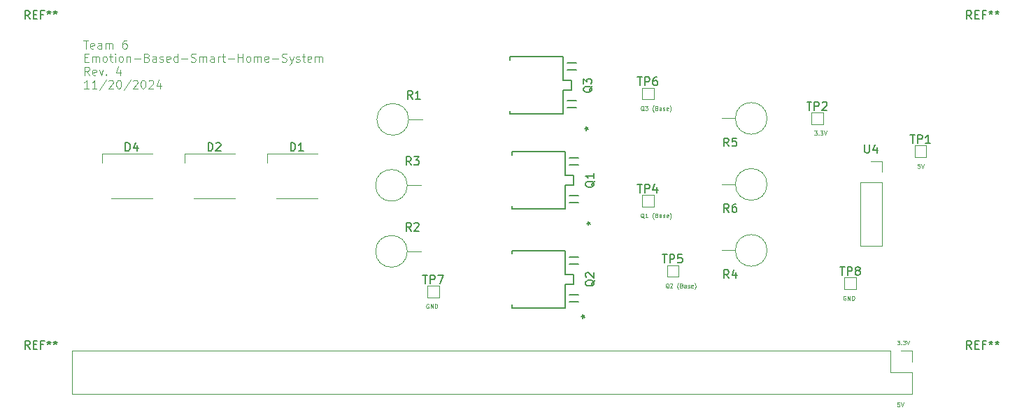
<source format=gbr>
%TF.GenerationSoftware,KiCad,Pcbnew,8.0.6*%
%TF.CreationDate,2024-11-20T23:28:49-08:00*%
%TF.ProjectId,411 Schematic,34313120-5363-4686-956d-617469632e6b,4*%
%TF.SameCoordinates,Original*%
%TF.FileFunction,Legend,Top*%
%TF.FilePolarity,Positive*%
%FSLAX46Y46*%
G04 Gerber Fmt 4.6, Leading zero omitted, Abs format (unit mm)*
G04 Created by KiCad (PCBNEW 8.0.6) date 2024-11-20 23:28:49*
%MOMM*%
%LPD*%
G01*
G04 APERTURE LIST*
%ADD10C,0.100000*%
%ADD11C,0.125000*%
%ADD12C,0.150000*%
%ADD13C,0.120000*%
%ADD14C,0.152400*%
G04 APERTURE END LIST*
D10*
X141446741Y-85542419D02*
X141399122Y-85518609D01*
X141399122Y-85518609D02*
X141327693Y-85518609D01*
X141327693Y-85518609D02*
X141256265Y-85542419D01*
X141256265Y-85542419D02*
X141208646Y-85590038D01*
X141208646Y-85590038D02*
X141184836Y-85637657D01*
X141184836Y-85637657D02*
X141161027Y-85732895D01*
X141161027Y-85732895D02*
X141161027Y-85804323D01*
X141161027Y-85804323D02*
X141184836Y-85899561D01*
X141184836Y-85899561D02*
X141208646Y-85947180D01*
X141208646Y-85947180D02*
X141256265Y-85994800D01*
X141256265Y-85994800D02*
X141327693Y-86018609D01*
X141327693Y-86018609D02*
X141375312Y-86018609D01*
X141375312Y-86018609D02*
X141446741Y-85994800D01*
X141446741Y-85994800D02*
X141470550Y-85970990D01*
X141470550Y-85970990D02*
X141470550Y-85804323D01*
X141470550Y-85804323D02*
X141375312Y-85804323D01*
X141684836Y-86018609D02*
X141684836Y-85518609D01*
X141684836Y-85518609D02*
X141970550Y-86018609D01*
X141970550Y-86018609D02*
X141970550Y-85518609D01*
X142208646Y-86018609D02*
X142208646Y-85518609D01*
X142208646Y-85518609D02*
X142327694Y-85518609D01*
X142327694Y-85518609D02*
X142399122Y-85542419D01*
X142399122Y-85542419D02*
X142446741Y-85590038D01*
X142446741Y-85590038D02*
X142470551Y-85637657D01*
X142470551Y-85637657D02*
X142494360Y-85732895D01*
X142494360Y-85732895D02*
X142494360Y-85804323D01*
X142494360Y-85804323D02*
X142470551Y-85899561D01*
X142470551Y-85899561D02*
X142446741Y-85947180D01*
X142446741Y-85947180D02*
X142399122Y-85994800D01*
X142399122Y-85994800D02*
X142327694Y-86018609D01*
X142327694Y-86018609D02*
X142208646Y-86018609D01*
X90946741Y-86542419D02*
X90899122Y-86518609D01*
X90899122Y-86518609D02*
X90827693Y-86518609D01*
X90827693Y-86518609D02*
X90756265Y-86542419D01*
X90756265Y-86542419D02*
X90708646Y-86590038D01*
X90708646Y-86590038D02*
X90684836Y-86637657D01*
X90684836Y-86637657D02*
X90661027Y-86732895D01*
X90661027Y-86732895D02*
X90661027Y-86804323D01*
X90661027Y-86804323D02*
X90684836Y-86899561D01*
X90684836Y-86899561D02*
X90708646Y-86947180D01*
X90708646Y-86947180D02*
X90756265Y-86994800D01*
X90756265Y-86994800D02*
X90827693Y-87018609D01*
X90827693Y-87018609D02*
X90875312Y-87018609D01*
X90875312Y-87018609D02*
X90946741Y-86994800D01*
X90946741Y-86994800D02*
X90970550Y-86970990D01*
X90970550Y-86970990D02*
X90970550Y-86804323D01*
X90970550Y-86804323D02*
X90875312Y-86804323D01*
X91184836Y-87018609D02*
X91184836Y-86518609D01*
X91184836Y-86518609D02*
X91470550Y-87018609D01*
X91470550Y-87018609D02*
X91470550Y-86518609D01*
X91708646Y-87018609D02*
X91708646Y-86518609D01*
X91708646Y-86518609D02*
X91827694Y-86518609D01*
X91827694Y-86518609D02*
X91899122Y-86542419D01*
X91899122Y-86542419D02*
X91946741Y-86590038D01*
X91946741Y-86590038D02*
X91970551Y-86637657D01*
X91970551Y-86637657D02*
X91994360Y-86732895D01*
X91994360Y-86732895D02*
X91994360Y-86804323D01*
X91994360Y-86804323D02*
X91970551Y-86899561D01*
X91970551Y-86899561D02*
X91946741Y-86947180D01*
X91946741Y-86947180D02*
X91899122Y-86994800D01*
X91899122Y-86994800D02*
X91827694Y-87018609D01*
X91827694Y-87018609D02*
X91708646Y-87018609D01*
X150422931Y-69518609D02*
X150184836Y-69518609D01*
X150184836Y-69518609D02*
X150161027Y-69756704D01*
X150161027Y-69756704D02*
X150184836Y-69732895D01*
X150184836Y-69732895D02*
X150232455Y-69709085D01*
X150232455Y-69709085D02*
X150351503Y-69709085D01*
X150351503Y-69709085D02*
X150399122Y-69732895D01*
X150399122Y-69732895D02*
X150422931Y-69756704D01*
X150422931Y-69756704D02*
X150446741Y-69804323D01*
X150446741Y-69804323D02*
X150446741Y-69923371D01*
X150446741Y-69923371D02*
X150422931Y-69970990D01*
X150422931Y-69970990D02*
X150399122Y-69994800D01*
X150399122Y-69994800D02*
X150351503Y-70018609D01*
X150351503Y-70018609D02*
X150232455Y-70018609D01*
X150232455Y-70018609D02*
X150184836Y-69994800D01*
X150184836Y-69994800D02*
X150161027Y-69970990D01*
X150589598Y-69518609D02*
X150756264Y-70018609D01*
X150756264Y-70018609D02*
X150922931Y-69518609D01*
X137637217Y-65518609D02*
X137946741Y-65518609D01*
X137946741Y-65518609D02*
X137780074Y-65709085D01*
X137780074Y-65709085D02*
X137851503Y-65709085D01*
X137851503Y-65709085D02*
X137899122Y-65732895D01*
X137899122Y-65732895D02*
X137922931Y-65756704D01*
X137922931Y-65756704D02*
X137946741Y-65804323D01*
X137946741Y-65804323D02*
X137946741Y-65923371D01*
X137946741Y-65923371D02*
X137922931Y-65970990D01*
X137922931Y-65970990D02*
X137899122Y-65994800D01*
X137899122Y-65994800D02*
X137851503Y-66018609D01*
X137851503Y-66018609D02*
X137708646Y-66018609D01*
X137708646Y-66018609D02*
X137661027Y-65994800D01*
X137661027Y-65994800D02*
X137637217Y-65970990D01*
X138161026Y-65970990D02*
X138184836Y-65994800D01*
X138184836Y-65994800D02*
X138161026Y-66018609D01*
X138161026Y-66018609D02*
X138137217Y-65994800D01*
X138137217Y-65994800D02*
X138161026Y-65970990D01*
X138161026Y-65970990D02*
X138161026Y-66018609D01*
X138351502Y-65518609D02*
X138661026Y-65518609D01*
X138661026Y-65518609D02*
X138494359Y-65709085D01*
X138494359Y-65709085D02*
X138565788Y-65709085D01*
X138565788Y-65709085D02*
X138613407Y-65732895D01*
X138613407Y-65732895D02*
X138637216Y-65756704D01*
X138637216Y-65756704D02*
X138661026Y-65804323D01*
X138661026Y-65804323D02*
X138661026Y-65923371D01*
X138661026Y-65923371D02*
X138637216Y-65970990D01*
X138637216Y-65970990D02*
X138613407Y-65994800D01*
X138613407Y-65994800D02*
X138565788Y-66018609D01*
X138565788Y-66018609D02*
X138422931Y-66018609D01*
X138422931Y-66018609D02*
X138375312Y-65994800D01*
X138375312Y-65994800D02*
X138351502Y-65970990D01*
X138803883Y-65518609D02*
X138970549Y-66018609D01*
X138970549Y-66018609D02*
X139137216Y-65518609D01*
X120018169Y-84566228D02*
X119970550Y-84542419D01*
X119970550Y-84542419D02*
X119922931Y-84494800D01*
X119922931Y-84494800D02*
X119851503Y-84423371D01*
X119851503Y-84423371D02*
X119803884Y-84399561D01*
X119803884Y-84399561D02*
X119756265Y-84399561D01*
X119780074Y-84518609D02*
X119732455Y-84494800D01*
X119732455Y-84494800D02*
X119684836Y-84447180D01*
X119684836Y-84447180D02*
X119661027Y-84351942D01*
X119661027Y-84351942D02*
X119661027Y-84185276D01*
X119661027Y-84185276D02*
X119684836Y-84090038D01*
X119684836Y-84090038D02*
X119732455Y-84042419D01*
X119732455Y-84042419D02*
X119780074Y-84018609D01*
X119780074Y-84018609D02*
X119875312Y-84018609D01*
X119875312Y-84018609D02*
X119922931Y-84042419D01*
X119922931Y-84042419D02*
X119970550Y-84090038D01*
X119970550Y-84090038D02*
X119994360Y-84185276D01*
X119994360Y-84185276D02*
X119994360Y-84351942D01*
X119994360Y-84351942D02*
X119970550Y-84447180D01*
X119970550Y-84447180D02*
X119922931Y-84494800D01*
X119922931Y-84494800D02*
X119875312Y-84518609D01*
X119875312Y-84518609D02*
X119780074Y-84518609D01*
X120184837Y-84066228D02*
X120208646Y-84042419D01*
X120208646Y-84042419D02*
X120256265Y-84018609D01*
X120256265Y-84018609D02*
X120375313Y-84018609D01*
X120375313Y-84018609D02*
X120422932Y-84042419D01*
X120422932Y-84042419D02*
X120446741Y-84066228D01*
X120446741Y-84066228D02*
X120470551Y-84113847D01*
X120470551Y-84113847D02*
X120470551Y-84161466D01*
X120470551Y-84161466D02*
X120446741Y-84232895D01*
X120446741Y-84232895D02*
X120161027Y-84518609D01*
X120161027Y-84518609D02*
X120470551Y-84518609D01*
X121208645Y-84709085D02*
X121184836Y-84685276D01*
X121184836Y-84685276D02*
X121137217Y-84613847D01*
X121137217Y-84613847D02*
X121113407Y-84566228D01*
X121113407Y-84566228D02*
X121089598Y-84494800D01*
X121089598Y-84494800D02*
X121065788Y-84375752D01*
X121065788Y-84375752D02*
X121065788Y-84280514D01*
X121065788Y-84280514D02*
X121089598Y-84161466D01*
X121089598Y-84161466D02*
X121113407Y-84090038D01*
X121113407Y-84090038D02*
X121137217Y-84042419D01*
X121137217Y-84042419D02*
X121184836Y-83970990D01*
X121184836Y-83970990D02*
X121208645Y-83947180D01*
X121565788Y-84256704D02*
X121637216Y-84280514D01*
X121637216Y-84280514D02*
X121661026Y-84304323D01*
X121661026Y-84304323D02*
X121684835Y-84351942D01*
X121684835Y-84351942D02*
X121684835Y-84423371D01*
X121684835Y-84423371D02*
X121661026Y-84470990D01*
X121661026Y-84470990D02*
X121637216Y-84494800D01*
X121637216Y-84494800D02*
X121589597Y-84518609D01*
X121589597Y-84518609D02*
X121399121Y-84518609D01*
X121399121Y-84518609D02*
X121399121Y-84018609D01*
X121399121Y-84018609D02*
X121565788Y-84018609D01*
X121565788Y-84018609D02*
X121613407Y-84042419D01*
X121613407Y-84042419D02*
X121637216Y-84066228D01*
X121637216Y-84066228D02*
X121661026Y-84113847D01*
X121661026Y-84113847D02*
X121661026Y-84161466D01*
X121661026Y-84161466D02*
X121637216Y-84209085D01*
X121637216Y-84209085D02*
X121613407Y-84232895D01*
X121613407Y-84232895D02*
X121565788Y-84256704D01*
X121565788Y-84256704D02*
X121399121Y-84256704D01*
X122113407Y-84518609D02*
X122113407Y-84256704D01*
X122113407Y-84256704D02*
X122089597Y-84209085D01*
X122089597Y-84209085D02*
X122041978Y-84185276D01*
X122041978Y-84185276D02*
X121946740Y-84185276D01*
X121946740Y-84185276D02*
X121899121Y-84209085D01*
X122113407Y-84494800D02*
X122065788Y-84518609D01*
X122065788Y-84518609D02*
X121946740Y-84518609D01*
X121946740Y-84518609D02*
X121899121Y-84494800D01*
X121899121Y-84494800D02*
X121875312Y-84447180D01*
X121875312Y-84447180D02*
X121875312Y-84399561D01*
X121875312Y-84399561D02*
X121899121Y-84351942D01*
X121899121Y-84351942D02*
X121946740Y-84328133D01*
X121946740Y-84328133D02*
X122065788Y-84328133D01*
X122065788Y-84328133D02*
X122113407Y-84304323D01*
X122327693Y-84494800D02*
X122375312Y-84518609D01*
X122375312Y-84518609D02*
X122470550Y-84518609D01*
X122470550Y-84518609D02*
X122518169Y-84494800D01*
X122518169Y-84494800D02*
X122541978Y-84447180D01*
X122541978Y-84447180D02*
X122541978Y-84423371D01*
X122541978Y-84423371D02*
X122518169Y-84375752D01*
X122518169Y-84375752D02*
X122470550Y-84351942D01*
X122470550Y-84351942D02*
X122399121Y-84351942D01*
X122399121Y-84351942D02*
X122351502Y-84328133D01*
X122351502Y-84328133D02*
X122327693Y-84280514D01*
X122327693Y-84280514D02*
X122327693Y-84256704D01*
X122327693Y-84256704D02*
X122351502Y-84209085D01*
X122351502Y-84209085D02*
X122399121Y-84185276D01*
X122399121Y-84185276D02*
X122470550Y-84185276D01*
X122470550Y-84185276D02*
X122518169Y-84209085D01*
X122946740Y-84494800D02*
X122899121Y-84518609D01*
X122899121Y-84518609D02*
X122803883Y-84518609D01*
X122803883Y-84518609D02*
X122756264Y-84494800D01*
X122756264Y-84494800D02*
X122732455Y-84447180D01*
X122732455Y-84447180D02*
X122732455Y-84256704D01*
X122732455Y-84256704D02*
X122756264Y-84209085D01*
X122756264Y-84209085D02*
X122803883Y-84185276D01*
X122803883Y-84185276D02*
X122899121Y-84185276D01*
X122899121Y-84185276D02*
X122946740Y-84209085D01*
X122946740Y-84209085D02*
X122970550Y-84256704D01*
X122970550Y-84256704D02*
X122970550Y-84304323D01*
X122970550Y-84304323D02*
X122732455Y-84351942D01*
X123137216Y-84709085D02*
X123161026Y-84685276D01*
X123161026Y-84685276D02*
X123208645Y-84613847D01*
X123208645Y-84613847D02*
X123232454Y-84566228D01*
X123232454Y-84566228D02*
X123256264Y-84494800D01*
X123256264Y-84494800D02*
X123280073Y-84375752D01*
X123280073Y-84375752D02*
X123280073Y-84280514D01*
X123280073Y-84280514D02*
X123256264Y-84161466D01*
X123256264Y-84161466D02*
X123232454Y-84090038D01*
X123232454Y-84090038D02*
X123208645Y-84042419D01*
X123208645Y-84042419D02*
X123161026Y-83970990D01*
X123161026Y-83970990D02*
X123137216Y-83947180D01*
X117018169Y-76066228D02*
X116970550Y-76042419D01*
X116970550Y-76042419D02*
X116922931Y-75994800D01*
X116922931Y-75994800D02*
X116851503Y-75923371D01*
X116851503Y-75923371D02*
X116803884Y-75899561D01*
X116803884Y-75899561D02*
X116756265Y-75899561D01*
X116780074Y-76018609D02*
X116732455Y-75994800D01*
X116732455Y-75994800D02*
X116684836Y-75947180D01*
X116684836Y-75947180D02*
X116661027Y-75851942D01*
X116661027Y-75851942D02*
X116661027Y-75685276D01*
X116661027Y-75685276D02*
X116684836Y-75590038D01*
X116684836Y-75590038D02*
X116732455Y-75542419D01*
X116732455Y-75542419D02*
X116780074Y-75518609D01*
X116780074Y-75518609D02*
X116875312Y-75518609D01*
X116875312Y-75518609D02*
X116922931Y-75542419D01*
X116922931Y-75542419D02*
X116970550Y-75590038D01*
X116970550Y-75590038D02*
X116994360Y-75685276D01*
X116994360Y-75685276D02*
X116994360Y-75851942D01*
X116994360Y-75851942D02*
X116970550Y-75947180D01*
X116970550Y-75947180D02*
X116922931Y-75994800D01*
X116922931Y-75994800D02*
X116875312Y-76018609D01*
X116875312Y-76018609D02*
X116780074Y-76018609D01*
X117470551Y-76018609D02*
X117184837Y-76018609D01*
X117327694Y-76018609D02*
X117327694Y-75518609D01*
X117327694Y-75518609D02*
X117280075Y-75590038D01*
X117280075Y-75590038D02*
X117232456Y-75637657D01*
X117232456Y-75637657D02*
X117184837Y-75661466D01*
X118208645Y-76209085D02*
X118184836Y-76185276D01*
X118184836Y-76185276D02*
X118137217Y-76113847D01*
X118137217Y-76113847D02*
X118113407Y-76066228D01*
X118113407Y-76066228D02*
X118089598Y-75994800D01*
X118089598Y-75994800D02*
X118065788Y-75875752D01*
X118065788Y-75875752D02*
X118065788Y-75780514D01*
X118065788Y-75780514D02*
X118089598Y-75661466D01*
X118089598Y-75661466D02*
X118113407Y-75590038D01*
X118113407Y-75590038D02*
X118137217Y-75542419D01*
X118137217Y-75542419D02*
X118184836Y-75470990D01*
X118184836Y-75470990D02*
X118208645Y-75447180D01*
X118565788Y-75756704D02*
X118637216Y-75780514D01*
X118637216Y-75780514D02*
X118661026Y-75804323D01*
X118661026Y-75804323D02*
X118684835Y-75851942D01*
X118684835Y-75851942D02*
X118684835Y-75923371D01*
X118684835Y-75923371D02*
X118661026Y-75970990D01*
X118661026Y-75970990D02*
X118637216Y-75994800D01*
X118637216Y-75994800D02*
X118589597Y-76018609D01*
X118589597Y-76018609D02*
X118399121Y-76018609D01*
X118399121Y-76018609D02*
X118399121Y-75518609D01*
X118399121Y-75518609D02*
X118565788Y-75518609D01*
X118565788Y-75518609D02*
X118613407Y-75542419D01*
X118613407Y-75542419D02*
X118637216Y-75566228D01*
X118637216Y-75566228D02*
X118661026Y-75613847D01*
X118661026Y-75613847D02*
X118661026Y-75661466D01*
X118661026Y-75661466D02*
X118637216Y-75709085D01*
X118637216Y-75709085D02*
X118613407Y-75732895D01*
X118613407Y-75732895D02*
X118565788Y-75756704D01*
X118565788Y-75756704D02*
X118399121Y-75756704D01*
X119113407Y-76018609D02*
X119113407Y-75756704D01*
X119113407Y-75756704D02*
X119089597Y-75709085D01*
X119089597Y-75709085D02*
X119041978Y-75685276D01*
X119041978Y-75685276D02*
X118946740Y-75685276D01*
X118946740Y-75685276D02*
X118899121Y-75709085D01*
X119113407Y-75994800D02*
X119065788Y-76018609D01*
X119065788Y-76018609D02*
X118946740Y-76018609D01*
X118946740Y-76018609D02*
X118899121Y-75994800D01*
X118899121Y-75994800D02*
X118875312Y-75947180D01*
X118875312Y-75947180D02*
X118875312Y-75899561D01*
X118875312Y-75899561D02*
X118899121Y-75851942D01*
X118899121Y-75851942D02*
X118946740Y-75828133D01*
X118946740Y-75828133D02*
X119065788Y-75828133D01*
X119065788Y-75828133D02*
X119113407Y-75804323D01*
X119327693Y-75994800D02*
X119375312Y-76018609D01*
X119375312Y-76018609D02*
X119470550Y-76018609D01*
X119470550Y-76018609D02*
X119518169Y-75994800D01*
X119518169Y-75994800D02*
X119541978Y-75947180D01*
X119541978Y-75947180D02*
X119541978Y-75923371D01*
X119541978Y-75923371D02*
X119518169Y-75875752D01*
X119518169Y-75875752D02*
X119470550Y-75851942D01*
X119470550Y-75851942D02*
X119399121Y-75851942D01*
X119399121Y-75851942D02*
X119351502Y-75828133D01*
X119351502Y-75828133D02*
X119327693Y-75780514D01*
X119327693Y-75780514D02*
X119327693Y-75756704D01*
X119327693Y-75756704D02*
X119351502Y-75709085D01*
X119351502Y-75709085D02*
X119399121Y-75685276D01*
X119399121Y-75685276D02*
X119470550Y-75685276D01*
X119470550Y-75685276D02*
X119518169Y-75709085D01*
X119946740Y-75994800D02*
X119899121Y-76018609D01*
X119899121Y-76018609D02*
X119803883Y-76018609D01*
X119803883Y-76018609D02*
X119756264Y-75994800D01*
X119756264Y-75994800D02*
X119732455Y-75947180D01*
X119732455Y-75947180D02*
X119732455Y-75756704D01*
X119732455Y-75756704D02*
X119756264Y-75709085D01*
X119756264Y-75709085D02*
X119803883Y-75685276D01*
X119803883Y-75685276D02*
X119899121Y-75685276D01*
X119899121Y-75685276D02*
X119946740Y-75709085D01*
X119946740Y-75709085D02*
X119970550Y-75756704D01*
X119970550Y-75756704D02*
X119970550Y-75804323D01*
X119970550Y-75804323D02*
X119732455Y-75851942D01*
X120137216Y-76209085D02*
X120161026Y-76185276D01*
X120161026Y-76185276D02*
X120208645Y-76113847D01*
X120208645Y-76113847D02*
X120232454Y-76066228D01*
X120232454Y-76066228D02*
X120256264Y-75994800D01*
X120256264Y-75994800D02*
X120280073Y-75875752D01*
X120280073Y-75875752D02*
X120280073Y-75780514D01*
X120280073Y-75780514D02*
X120256264Y-75661466D01*
X120256264Y-75661466D02*
X120232454Y-75590038D01*
X120232454Y-75590038D02*
X120208645Y-75542419D01*
X120208645Y-75542419D02*
X120161026Y-75470990D01*
X120161026Y-75470990D02*
X120137216Y-75447180D01*
X117018169Y-63066228D02*
X116970550Y-63042419D01*
X116970550Y-63042419D02*
X116922931Y-62994800D01*
X116922931Y-62994800D02*
X116851503Y-62923371D01*
X116851503Y-62923371D02*
X116803884Y-62899561D01*
X116803884Y-62899561D02*
X116756265Y-62899561D01*
X116780074Y-63018609D02*
X116732455Y-62994800D01*
X116732455Y-62994800D02*
X116684836Y-62947180D01*
X116684836Y-62947180D02*
X116661027Y-62851942D01*
X116661027Y-62851942D02*
X116661027Y-62685276D01*
X116661027Y-62685276D02*
X116684836Y-62590038D01*
X116684836Y-62590038D02*
X116732455Y-62542419D01*
X116732455Y-62542419D02*
X116780074Y-62518609D01*
X116780074Y-62518609D02*
X116875312Y-62518609D01*
X116875312Y-62518609D02*
X116922931Y-62542419D01*
X116922931Y-62542419D02*
X116970550Y-62590038D01*
X116970550Y-62590038D02*
X116994360Y-62685276D01*
X116994360Y-62685276D02*
X116994360Y-62851942D01*
X116994360Y-62851942D02*
X116970550Y-62947180D01*
X116970550Y-62947180D02*
X116922931Y-62994800D01*
X116922931Y-62994800D02*
X116875312Y-63018609D01*
X116875312Y-63018609D02*
X116780074Y-63018609D01*
X117161027Y-62518609D02*
X117470551Y-62518609D01*
X117470551Y-62518609D02*
X117303884Y-62709085D01*
X117303884Y-62709085D02*
X117375313Y-62709085D01*
X117375313Y-62709085D02*
X117422932Y-62732895D01*
X117422932Y-62732895D02*
X117446741Y-62756704D01*
X117446741Y-62756704D02*
X117470551Y-62804323D01*
X117470551Y-62804323D02*
X117470551Y-62923371D01*
X117470551Y-62923371D02*
X117446741Y-62970990D01*
X117446741Y-62970990D02*
X117422932Y-62994800D01*
X117422932Y-62994800D02*
X117375313Y-63018609D01*
X117375313Y-63018609D02*
X117232456Y-63018609D01*
X117232456Y-63018609D02*
X117184837Y-62994800D01*
X117184837Y-62994800D02*
X117161027Y-62970990D01*
X118208645Y-63209085D02*
X118184836Y-63185276D01*
X118184836Y-63185276D02*
X118137217Y-63113847D01*
X118137217Y-63113847D02*
X118113407Y-63066228D01*
X118113407Y-63066228D02*
X118089598Y-62994800D01*
X118089598Y-62994800D02*
X118065788Y-62875752D01*
X118065788Y-62875752D02*
X118065788Y-62780514D01*
X118065788Y-62780514D02*
X118089598Y-62661466D01*
X118089598Y-62661466D02*
X118113407Y-62590038D01*
X118113407Y-62590038D02*
X118137217Y-62542419D01*
X118137217Y-62542419D02*
X118184836Y-62470990D01*
X118184836Y-62470990D02*
X118208645Y-62447180D01*
X118565788Y-62756704D02*
X118637216Y-62780514D01*
X118637216Y-62780514D02*
X118661026Y-62804323D01*
X118661026Y-62804323D02*
X118684835Y-62851942D01*
X118684835Y-62851942D02*
X118684835Y-62923371D01*
X118684835Y-62923371D02*
X118661026Y-62970990D01*
X118661026Y-62970990D02*
X118637216Y-62994800D01*
X118637216Y-62994800D02*
X118589597Y-63018609D01*
X118589597Y-63018609D02*
X118399121Y-63018609D01*
X118399121Y-63018609D02*
X118399121Y-62518609D01*
X118399121Y-62518609D02*
X118565788Y-62518609D01*
X118565788Y-62518609D02*
X118613407Y-62542419D01*
X118613407Y-62542419D02*
X118637216Y-62566228D01*
X118637216Y-62566228D02*
X118661026Y-62613847D01*
X118661026Y-62613847D02*
X118661026Y-62661466D01*
X118661026Y-62661466D02*
X118637216Y-62709085D01*
X118637216Y-62709085D02*
X118613407Y-62732895D01*
X118613407Y-62732895D02*
X118565788Y-62756704D01*
X118565788Y-62756704D02*
X118399121Y-62756704D01*
X119113407Y-63018609D02*
X119113407Y-62756704D01*
X119113407Y-62756704D02*
X119089597Y-62709085D01*
X119089597Y-62709085D02*
X119041978Y-62685276D01*
X119041978Y-62685276D02*
X118946740Y-62685276D01*
X118946740Y-62685276D02*
X118899121Y-62709085D01*
X119113407Y-62994800D02*
X119065788Y-63018609D01*
X119065788Y-63018609D02*
X118946740Y-63018609D01*
X118946740Y-63018609D02*
X118899121Y-62994800D01*
X118899121Y-62994800D02*
X118875312Y-62947180D01*
X118875312Y-62947180D02*
X118875312Y-62899561D01*
X118875312Y-62899561D02*
X118899121Y-62851942D01*
X118899121Y-62851942D02*
X118946740Y-62828133D01*
X118946740Y-62828133D02*
X119065788Y-62828133D01*
X119065788Y-62828133D02*
X119113407Y-62804323D01*
X119327693Y-62994800D02*
X119375312Y-63018609D01*
X119375312Y-63018609D02*
X119470550Y-63018609D01*
X119470550Y-63018609D02*
X119518169Y-62994800D01*
X119518169Y-62994800D02*
X119541978Y-62947180D01*
X119541978Y-62947180D02*
X119541978Y-62923371D01*
X119541978Y-62923371D02*
X119518169Y-62875752D01*
X119518169Y-62875752D02*
X119470550Y-62851942D01*
X119470550Y-62851942D02*
X119399121Y-62851942D01*
X119399121Y-62851942D02*
X119351502Y-62828133D01*
X119351502Y-62828133D02*
X119327693Y-62780514D01*
X119327693Y-62780514D02*
X119327693Y-62756704D01*
X119327693Y-62756704D02*
X119351502Y-62709085D01*
X119351502Y-62709085D02*
X119399121Y-62685276D01*
X119399121Y-62685276D02*
X119470550Y-62685276D01*
X119470550Y-62685276D02*
X119518169Y-62709085D01*
X119946740Y-62994800D02*
X119899121Y-63018609D01*
X119899121Y-63018609D02*
X119803883Y-63018609D01*
X119803883Y-63018609D02*
X119756264Y-62994800D01*
X119756264Y-62994800D02*
X119732455Y-62947180D01*
X119732455Y-62947180D02*
X119732455Y-62756704D01*
X119732455Y-62756704D02*
X119756264Y-62709085D01*
X119756264Y-62709085D02*
X119803883Y-62685276D01*
X119803883Y-62685276D02*
X119899121Y-62685276D01*
X119899121Y-62685276D02*
X119946740Y-62709085D01*
X119946740Y-62709085D02*
X119970550Y-62756704D01*
X119970550Y-62756704D02*
X119970550Y-62804323D01*
X119970550Y-62804323D02*
X119732455Y-62851942D01*
X120137216Y-63209085D02*
X120161026Y-63185276D01*
X120161026Y-63185276D02*
X120208645Y-63113847D01*
X120208645Y-63113847D02*
X120232454Y-63066228D01*
X120232454Y-63066228D02*
X120256264Y-62994800D01*
X120256264Y-62994800D02*
X120280073Y-62875752D01*
X120280073Y-62875752D02*
X120280073Y-62780514D01*
X120280073Y-62780514D02*
X120256264Y-62661466D01*
X120256264Y-62661466D02*
X120232454Y-62590038D01*
X120232454Y-62590038D02*
X120208645Y-62542419D01*
X120208645Y-62542419D02*
X120161026Y-62470990D01*
X120161026Y-62470990D02*
X120137216Y-62447180D01*
D11*
X147939378Y-98432309D02*
X147701283Y-98432309D01*
X147701283Y-98432309D02*
X147677474Y-98670404D01*
X147677474Y-98670404D02*
X147701283Y-98646595D01*
X147701283Y-98646595D02*
X147748902Y-98622785D01*
X147748902Y-98622785D02*
X147867950Y-98622785D01*
X147867950Y-98622785D02*
X147915569Y-98646595D01*
X147915569Y-98646595D02*
X147939378Y-98670404D01*
X147939378Y-98670404D02*
X147963188Y-98718023D01*
X147963188Y-98718023D02*
X147963188Y-98837071D01*
X147963188Y-98837071D02*
X147939378Y-98884690D01*
X147939378Y-98884690D02*
X147915569Y-98908500D01*
X147915569Y-98908500D02*
X147867950Y-98932309D01*
X147867950Y-98932309D02*
X147748902Y-98932309D01*
X147748902Y-98932309D02*
X147701283Y-98908500D01*
X147701283Y-98908500D02*
X147677474Y-98884690D01*
X148106045Y-98432309D02*
X148272711Y-98932309D01*
X148272711Y-98932309D02*
X148439378Y-98432309D01*
X147653664Y-90932309D02*
X147963188Y-90932309D01*
X147963188Y-90932309D02*
X147796521Y-91122785D01*
X147796521Y-91122785D02*
X147867950Y-91122785D01*
X147867950Y-91122785D02*
X147915569Y-91146595D01*
X147915569Y-91146595D02*
X147939378Y-91170404D01*
X147939378Y-91170404D02*
X147963188Y-91218023D01*
X147963188Y-91218023D02*
X147963188Y-91337071D01*
X147963188Y-91337071D02*
X147939378Y-91384690D01*
X147939378Y-91384690D02*
X147915569Y-91408500D01*
X147915569Y-91408500D02*
X147867950Y-91432309D01*
X147867950Y-91432309D02*
X147725093Y-91432309D01*
X147725093Y-91432309D02*
X147677474Y-91408500D01*
X147677474Y-91408500D02*
X147653664Y-91384690D01*
X148177473Y-91384690D02*
X148201283Y-91408500D01*
X148201283Y-91408500D02*
X148177473Y-91432309D01*
X148177473Y-91432309D02*
X148153664Y-91408500D01*
X148153664Y-91408500D02*
X148177473Y-91384690D01*
X148177473Y-91384690D02*
X148177473Y-91432309D01*
X148367949Y-90932309D02*
X148677473Y-90932309D01*
X148677473Y-90932309D02*
X148510806Y-91122785D01*
X148510806Y-91122785D02*
X148582235Y-91122785D01*
X148582235Y-91122785D02*
X148629854Y-91146595D01*
X148629854Y-91146595D02*
X148653663Y-91170404D01*
X148653663Y-91170404D02*
X148677473Y-91218023D01*
X148677473Y-91218023D02*
X148677473Y-91337071D01*
X148677473Y-91337071D02*
X148653663Y-91384690D01*
X148653663Y-91384690D02*
X148629854Y-91408500D01*
X148629854Y-91408500D02*
X148582235Y-91432309D01*
X148582235Y-91432309D02*
X148439378Y-91432309D01*
X148439378Y-91432309D02*
X148391759Y-91408500D01*
X148391759Y-91408500D02*
X148367949Y-91384690D01*
X148820330Y-90932309D02*
X148986996Y-91432309D01*
X148986996Y-91432309D02*
X149153663Y-90932309D01*
D10*
X49161027Y-54542587D02*
X49732455Y-54542587D01*
X49446741Y-55542587D02*
X49446741Y-54542587D01*
X50446741Y-55494968D02*
X50351503Y-55542587D01*
X50351503Y-55542587D02*
X50161027Y-55542587D01*
X50161027Y-55542587D02*
X50065789Y-55494968D01*
X50065789Y-55494968D02*
X50018170Y-55399729D01*
X50018170Y-55399729D02*
X50018170Y-55018777D01*
X50018170Y-55018777D02*
X50065789Y-54923539D01*
X50065789Y-54923539D02*
X50161027Y-54875920D01*
X50161027Y-54875920D02*
X50351503Y-54875920D01*
X50351503Y-54875920D02*
X50446741Y-54923539D01*
X50446741Y-54923539D02*
X50494360Y-55018777D01*
X50494360Y-55018777D02*
X50494360Y-55114015D01*
X50494360Y-55114015D02*
X50018170Y-55209253D01*
X51351503Y-55542587D02*
X51351503Y-55018777D01*
X51351503Y-55018777D02*
X51303884Y-54923539D01*
X51303884Y-54923539D02*
X51208646Y-54875920D01*
X51208646Y-54875920D02*
X51018170Y-54875920D01*
X51018170Y-54875920D02*
X50922932Y-54923539D01*
X51351503Y-55494968D02*
X51256265Y-55542587D01*
X51256265Y-55542587D02*
X51018170Y-55542587D01*
X51018170Y-55542587D02*
X50922932Y-55494968D01*
X50922932Y-55494968D02*
X50875313Y-55399729D01*
X50875313Y-55399729D02*
X50875313Y-55304491D01*
X50875313Y-55304491D02*
X50922932Y-55209253D01*
X50922932Y-55209253D02*
X51018170Y-55161634D01*
X51018170Y-55161634D02*
X51256265Y-55161634D01*
X51256265Y-55161634D02*
X51351503Y-55114015D01*
X51827694Y-55542587D02*
X51827694Y-54875920D01*
X51827694Y-54971158D02*
X51875313Y-54923539D01*
X51875313Y-54923539D02*
X51970551Y-54875920D01*
X51970551Y-54875920D02*
X52113408Y-54875920D01*
X52113408Y-54875920D02*
X52208646Y-54923539D01*
X52208646Y-54923539D02*
X52256265Y-55018777D01*
X52256265Y-55018777D02*
X52256265Y-55542587D01*
X52256265Y-55018777D02*
X52303884Y-54923539D01*
X52303884Y-54923539D02*
X52399122Y-54875920D01*
X52399122Y-54875920D02*
X52541979Y-54875920D01*
X52541979Y-54875920D02*
X52637218Y-54923539D01*
X52637218Y-54923539D02*
X52684837Y-55018777D01*
X52684837Y-55018777D02*
X52684837Y-55542587D01*
X54351503Y-54542587D02*
X54161027Y-54542587D01*
X54161027Y-54542587D02*
X54065789Y-54590206D01*
X54065789Y-54590206D02*
X54018170Y-54637825D01*
X54018170Y-54637825D02*
X53922932Y-54780682D01*
X53922932Y-54780682D02*
X53875313Y-54971158D01*
X53875313Y-54971158D02*
X53875313Y-55352110D01*
X53875313Y-55352110D02*
X53922932Y-55447348D01*
X53922932Y-55447348D02*
X53970551Y-55494968D01*
X53970551Y-55494968D02*
X54065789Y-55542587D01*
X54065789Y-55542587D02*
X54256265Y-55542587D01*
X54256265Y-55542587D02*
X54351503Y-55494968D01*
X54351503Y-55494968D02*
X54399122Y-55447348D01*
X54399122Y-55447348D02*
X54446741Y-55352110D01*
X54446741Y-55352110D02*
X54446741Y-55114015D01*
X54446741Y-55114015D02*
X54399122Y-55018777D01*
X54399122Y-55018777D02*
X54351503Y-54971158D01*
X54351503Y-54971158D02*
X54256265Y-54923539D01*
X54256265Y-54923539D02*
X54065789Y-54923539D01*
X54065789Y-54923539D02*
X53970551Y-54971158D01*
X53970551Y-54971158D02*
X53922932Y-55018777D01*
X53922932Y-55018777D02*
X53875313Y-55114015D01*
X49303884Y-56628721D02*
X49637217Y-56628721D01*
X49780074Y-57152531D02*
X49303884Y-57152531D01*
X49303884Y-57152531D02*
X49303884Y-56152531D01*
X49303884Y-56152531D02*
X49780074Y-56152531D01*
X50208646Y-57152531D02*
X50208646Y-56485864D01*
X50208646Y-56581102D02*
X50256265Y-56533483D01*
X50256265Y-56533483D02*
X50351503Y-56485864D01*
X50351503Y-56485864D02*
X50494360Y-56485864D01*
X50494360Y-56485864D02*
X50589598Y-56533483D01*
X50589598Y-56533483D02*
X50637217Y-56628721D01*
X50637217Y-56628721D02*
X50637217Y-57152531D01*
X50637217Y-56628721D02*
X50684836Y-56533483D01*
X50684836Y-56533483D02*
X50780074Y-56485864D01*
X50780074Y-56485864D02*
X50922931Y-56485864D01*
X50922931Y-56485864D02*
X51018170Y-56533483D01*
X51018170Y-56533483D02*
X51065789Y-56628721D01*
X51065789Y-56628721D02*
X51065789Y-57152531D01*
X51684836Y-57152531D02*
X51589598Y-57104912D01*
X51589598Y-57104912D02*
X51541979Y-57057292D01*
X51541979Y-57057292D02*
X51494360Y-56962054D01*
X51494360Y-56962054D02*
X51494360Y-56676340D01*
X51494360Y-56676340D02*
X51541979Y-56581102D01*
X51541979Y-56581102D02*
X51589598Y-56533483D01*
X51589598Y-56533483D02*
X51684836Y-56485864D01*
X51684836Y-56485864D02*
X51827693Y-56485864D01*
X51827693Y-56485864D02*
X51922931Y-56533483D01*
X51922931Y-56533483D02*
X51970550Y-56581102D01*
X51970550Y-56581102D02*
X52018169Y-56676340D01*
X52018169Y-56676340D02*
X52018169Y-56962054D01*
X52018169Y-56962054D02*
X51970550Y-57057292D01*
X51970550Y-57057292D02*
X51922931Y-57104912D01*
X51922931Y-57104912D02*
X51827693Y-57152531D01*
X51827693Y-57152531D02*
X51684836Y-57152531D01*
X52303884Y-56485864D02*
X52684836Y-56485864D01*
X52446741Y-56152531D02*
X52446741Y-57009673D01*
X52446741Y-57009673D02*
X52494360Y-57104912D01*
X52494360Y-57104912D02*
X52589598Y-57152531D01*
X52589598Y-57152531D02*
X52684836Y-57152531D01*
X53018170Y-57152531D02*
X53018170Y-56485864D01*
X53018170Y-56152531D02*
X52970551Y-56200150D01*
X52970551Y-56200150D02*
X53018170Y-56247769D01*
X53018170Y-56247769D02*
X53065789Y-56200150D01*
X53065789Y-56200150D02*
X53018170Y-56152531D01*
X53018170Y-56152531D02*
X53018170Y-56247769D01*
X53637217Y-57152531D02*
X53541979Y-57104912D01*
X53541979Y-57104912D02*
X53494360Y-57057292D01*
X53494360Y-57057292D02*
X53446741Y-56962054D01*
X53446741Y-56962054D02*
X53446741Y-56676340D01*
X53446741Y-56676340D02*
X53494360Y-56581102D01*
X53494360Y-56581102D02*
X53541979Y-56533483D01*
X53541979Y-56533483D02*
X53637217Y-56485864D01*
X53637217Y-56485864D02*
X53780074Y-56485864D01*
X53780074Y-56485864D02*
X53875312Y-56533483D01*
X53875312Y-56533483D02*
X53922931Y-56581102D01*
X53922931Y-56581102D02*
X53970550Y-56676340D01*
X53970550Y-56676340D02*
X53970550Y-56962054D01*
X53970550Y-56962054D02*
X53922931Y-57057292D01*
X53922931Y-57057292D02*
X53875312Y-57104912D01*
X53875312Y-57104912D02*
X53780074Y-57152531D01*
X53780074Y-57152531D02*
X53637217Y-57152531D01*
X54399122Y-56485864D02*
X54399122Y-57152531D01*
X54399122Y-56581102D02*
X54446741Y-56533483D01*
X54446741Y-56533483D02*
X54541979Y-56485864D01*
X54541979Y-56485864D02*
X54684836Y-56485864D01*
X54684836Y-56485864D02*
X54780074Y-56533483D01*
X54780074Y-56533483D02*
X54827693Y-56628721D01*
X54827693Y-56628721D02*
X54827693Y-57152531D01*
X55303884Y-56771578D02*
X56065789Y-56771578D01*
X56875312Y-56628721D02*
X57018169Y-56676340D01*
X57018169Y-56676340D02*
X57065788Y-56723959D01*
X57065788Y-56723959D02*
X57113407Y-56819197D01*
X57113407Y-56819197D02*
X57113407Y-56962054D01*
X57113407Y-56962054D02*
X57065788Y-57057292D01*
X57065788Y-57057292D02*
X57018169Y-57104912D01*
X57018169Y-57104912D02*
X56922931Y-57152531D01*
X56922931Y-57152531D02*
X56541979Y-57152531D01*
X56541979Y-57152531D02*
X56541979Y-56152531D01*
X56541979Y-56152531D02*
X56875312Y-56152531D01*
X56875312Y-56152531D02*
X56970550Y-56200150D01*
X56970550Y-56200150D02*
X57018169Y-56247769D01*
X57018169Y-56247769D02*
X57065788Y-56343007D01*
X57065788Y-56343007D02*
X57065788Y-56438245D01*
X57065788Y-56438245D02*
X57018169Y-56533483D01*
X57018169Y-56533483D02*
X56970550Y-56581102D01*
X56970550Y-56581102D02*
X56875312Y-56628721D01*
X56875312Y-56628721D02*
X56541979Y-56628721D01*
X57970550Y-57152531D02*
X57970550Y-56628721D01*
X57970550Y-56628721D02*
X57922931Y-56533483D01*
X57922931Y-56533483D02*
X57827693Y-56485864D01*
X57827693Y-56485864D02*
X57637217Y-56485864D01*
X57637217Y-56485864D02*
X57541979Y-56533483D01*
X57970550Y-57104912D02*
X57875312Y-57152531D01*
X57875312Y-57152531D02*
X57637217Y-57152531D01*
X57637217Y-57152531D02*
X57541979Y-57104912D01*
X57541979Y-57104912D02*
X57494360Y-57009673D01*
X57494360Y-57009673D02*
X57494360Y-56914435D01*
X57494360Y-56914435D02*
X57541979Y-56819197D01*
X57541979Y-56819197D02*
X57637217Y-56771578D01*
X57637217Y-56771578D02*
X57875312Y-56771578D01*
X57875312Y-56771578D02*
X57970550Y-56723959D01*
X58399122Y-57104912D02*
X58494360Y-57152531D01*
X58494360Y-57152531D02*
X58684836Y-57152531D01*
X58684836Y-57152531D02*
X58780074Y-57104912D01*
X58780074Y-57104912D02*
X58827693Y-57009673D01*
X58827693Y-57009673D02*
X58827693Y-56962054D01*
X58827693Y-56962054D02*
X58780074Y-56866816D01*
X58780074Y-56866816D02*
X58684836Y-56819197D01*
X58684836Y-56819197D02*
X58541979Y-56819197D01*
X58541979Y-56819197D02*
X58446741Y-56771578D01*
X58446741Y-56771578D02*
X58399122Y-56676340D01*
X58399122Y-56676340D02*
X58399122Y-56628721D01*
X58399122Y-56628721D02*
X58446741Y-56533483D01*
X58446741Y-56533483D02*
X58541979Y-56485864D01*
X58541979Y-56485864D02*
X58684836Y-56485864D01*
X58684836Y-56485864D02*
X58780074Y-56533483D01*
X59637217Y-57104912D02*
X59541979Y-57152531D01*
X59541979Y-57152531D02*
X59351503Y-57152531D01*
X59351503Y-57152531D02*
X59256265Y-57104912D01*
X59256265Y-57104912D02*
X59208646Y-57009673D01*
X59208646Y-57009673D02*
X59208646Y-56628721D01*
X59208646Y-56628721D02*
X59256265Y-56533483D01*
X59256265Y-56533483D02*
X59351503Y-56485864D01*
X59351503Y-56485864D02*
X59541979Y-56485864D01*
X59541979Y-56485864D02*
X59637217Y-56533483D01*
X59637217Y-56533483D02*
X59684836Y-56628721D01*
X59684836Y-56628721D02*
X59684836Y-56723959D01*
X59684836Y-56723959D02*
X59208646Y-56819197D01*
X60541979Y-57152531D02*
X60541979Y-56152531D01*
X60541979Y-57104912D02*
X60446741Y-57152531D01*
X60446741Y-57152531D02*
X60256265Y-57152531D01*
X60256265Y-57152531D02*
X60161027Y-57104912D01*
X60161027Y-57104912D02*
X60113408Y-57057292D01*
X60113408Y-57057292D02*
X60065789Y-56962054D01*
X60065789Y-56962054D02*
X60065789Y-56676340D01*
X60065789Y-56676340D02*
X60113408Y-56581102D01*
X60113408Y-56581102D02*
X60161027Y-56533483D01*
X60161027Y-56533483D02*
X60256265Y-56485864D01*
X60256265Y-56485864D02*
X60446741Y-56485864D01*
X60446741Y-56485864D02*
X60541979Y-56533483D01*
X61018170Y-56771578D02*
X61780075Y-56771578D01*
X62208646Y-57104912D02*
X62351503Y-57152531D01*
X62351503Y-57152531D02*
X62589598Y-57152531D01*
X62589598Y-57152531D02*
X62684836Y-57104912D01*
X62684836Y-57104912D02*
X62732455Y-57057292D01*
X62732455Y-57057292D02*
X62780074Y-56962054D01*
X62780074Y-56962054D02*
X62780074Y-56866816D01*
X62780074Y-56866816D02*
X62732455Y-56771578D01*
X62732455Y-56771578D02*
X62684836Y-56723959D01*
X62684836Y-56723959D02*
X62589598Y-56676340D01*
X62589598Y-56676340D02*
X62399122Y-56628721D01*
X62399122Y-56628721D02*
X62303884Y-56581102D01*
X62303884Y-56581102D02*
X62256265Y-56533483D01*
X62256265Y-56533483D02*
X62208646Y-56438245D01*
X62208646Y-56438245D02*
X62208646Y-56343007D01*
X62208646Y-56343007D02*
X62256265Y-56247769D01*
X62256265Y-56247769D02*
X62303884Y-56200150D01*
X62303884Y-56200150D02*
X62399122Y-56152531D01*
X62399122Y-56152531D02*
X62637217Y-56152531D01*
X62637217Y-56152531D02*
X62780074Y-56200150D01*
X63208646Y-57152531D02*
X63208646Y-56485864D01*
X63208646Y-56581102D02*
X63256265Y-56533483D01*
X63256265Y-56533483D02*
X63351503Y-56485864D01*
X63351503Y-56485864D02*
X63494360Y-56485864D01*
X63494360Y-56485864D02*
X63589598Y-56533483D01*
X63589598Y-56533483D02*
X63637217Y-56628721D01*
X63637217Y-56628721D02*
X63637217Y-57152531D01*
X63637217Y-56628721D02*
X63684836Y-56533483D01*
X63684836Y-56533483D02*
X63780074Y-56485864D01*
X63780074Y-56485864D02*
X63922931Y-56485864D01*
X63922931Y-56485864D02*
X64018170Y-56533483D01*
X64018170Y-56533483D02*
X64065789Y-56628721D01*
X64065789Y-56628721D02*
X64065789Y-57152531D01*
X64970550Y-57152531D02*
X64970550Y-56628721D01*
X64970550Y-56628721D02*
X64922931Y-56533483D01*
X64922931Y-56533483D02*
X64827693Y-56485864D01*
X64827693Y-56485864D02*
X64637217Y-56485864D01*
X64637217Y-56485864D02*
X64541979Y-56533483D01*
X64970550Y-57104912D02*
X64875312Y-57152531D01*
X64875312Y-57152531D02*
X64637217Y-57152531D01*
X64637217Y-57152531D02*
X64541979Y-57104912D01*
X64541979Y-57104912D02*
X64494360Y-57009673D01*
X64494360Y-57009673D02*
X64494360Y-56914435D01*
X64494360Y-56914435D02*
X64541979Y-56819197D01*
X64541979Y-56819197D02*
X64637217Y-56771578D01*
X64637217Y-56771578D02*
X64875312Y-56771578D01*
X64875312Y-56771578D02*
X64970550Y-56723959D01*
X65446741Y-57152531D02*
X65446741Y-56485864D01*
X65446741Y-56676340D02*
X65494360Y-56581102D01*
X65494360Y-56581102D02*
X65541979Y-56533483D01*
X65541979Y-56533483D02*
X65637217Y-56485864D01*
X65637217Y-56485864D02*
X65732455Y-56485864D01*
X65922932Y-56485864D02*
X66303884Y-56485864D01*
X66065789Y-56152531D02*
X66065789Y-57009673D01*
X66065789Y-57009673D02*
X66113408Y-57104912D01*
X66113408Y-57104912D02*
X66208646Y-57152531D01*
X66208646Y-57152531D02*
X66303884Y-57152531D01*
X66637218Y-56771578D02*
X67399123Y-56771578D01*
X67875313Y-57152531D02*
X67875313Y-56152531D01*
X67875313Y-56628721D02*
X68446741Y-56628721D01*
X68446741Y-57152531D02*
X68446741Y-56152531D01*
X69065789Y-57152531D02*
X68970551Y-57104912D01*
X68970551Y-57104912D02*
X68922932Y-57057292D01*
X68922932Y-57057292D02*
X68875313Y-56962054D01*
X68875313Y-56962054D02*
X68875313Y-56676340D01*
X68875313Y-56676340D02*
X68922932Y-56581102D01*
X68922932Y-56581102D02*
X68970551Y-56533483D01*
X68970551Y-56533483D02*
X69065789Y-56485864D01*
X69065789Y-56485864D02*
X69208646Y-56485864D01*
X69208646Y-56485864D02*
X69303884Y-56533483D01*
X69303884Y-56533483D02*
X69351503Y-56581102D01*
X69351503Y-56581102D02*
X69399122Y-56676340D01*
X69399122Y-56676340D02*
X69399122Y-56962054D01*
X69399122Y-56962054D02*
X69351503Y-57057292D01*
X69351503Y-57057292D02*
X69303884Y-57104912D01*
X69303884Y-57104912D02*
X69208646Y-57152531D01*
X69208646Y-57152531D02*
X69065789Y-57152531D01*
X69827694Y-57152531D02*
X69827694Y-56485864D01*
X69827694Y-56581102D02*
X69875313Y-56533483D01*
X69875313Y-56533483D02*
X69970551Y-56485864D01*
X69970551Y-56485864D02*
X70113408Y-56485864D01*
X70113408Y-56485864D02*
X70208646Y-56533483D01*
X70208646Y-56533483D02*
X70256265Y-56628721D01*
X70256265Y-56628721D02*
X70256265Y-57152531D01*
X70256265Y-56628721D02*
X70303884Y-56533483D01*
X70303884Y-56533483D02*
X70399122Y-56485864D01*
X70399122Y-56485864D02*
X70541979Y-56485864D01*
X70541979Y-56485864D02*
X70637218Y-56533483D01*
X70637218Y-56533483D02*
X70684837Y-56628721D01*
X70684837Y-56628721D02*
X70684837Y-57152531D01*
X71541979Y-57104912D02*
X71446741Y-57152531D01*
X71446741Y-57152531D02*
X71256265Y-57152531D01*
X71256265Y-57152531D02*
X71161027Y-57104912D01*
X71161027Y-57104912D02*
X71113408Y-57009673D01*
X71113408Y-57009673D02*
X71113408Y-56628721D01*
X71113408Y-56628721D02*
X71161027Y-56533483D01*
X71161027Y-56533483D02*
X71256265Y-56485864D01*
X71256265Y-56485864D02*
X71446741Y-56485864D01*
X71446741Y-56485864D02*
X71541979Y-56533483D01*
X71541979Y-56533483D02*
X71589598Y-56628721D01*
X71589598Y-56628721D02*
X71589598Y-56723959D01*
X71589598Y-56723959D02*
X71113408Y-56819197D01*
X72018170Y-56771578D02*
X72780075Y-56771578D01*
X73208646Y-57104912D02*
X73351503Y-57152531D01*
X73351503Y-57152531D02*
X73589598Y-57152531D01*
X73589598Y-57152531D02*
X73684836Y-57104912D01*
X73684836Y-57104912D02*
X73732455Y-57057292D01*
X73732455Y-57057292D02*
X73780074Y-56962054D01*
X73780074Y-56962054D02*
X73780074Y-56866816D01*
X73780074Y-56866816D02*
X73732455Y-56771578D01*
X73732455Y-56771578D02*
X73684836Y-56723959D01*
X73684836Y-56723959D02*
X73589598Y-56676340D01*
X73589598Y-56676340D02*
X73399122Y-56628721D01*
X73399122Y-56628721D02*
X73303884Y-56581102D01*
X73303884Y-56581102D02*
X73256265Y-56533483D01*
X73256265Y-56533483D02*
X73208646Y-56438245D01*
X73208646Y-56438245D02*
X73208646Y-56343007D01*
X73208646Y-56343007D02*
X73256265Y-56247769D01*
X73256265Y-56247769D02*
X73303884Y-56200150D01*
X73303884Y-56200150D02*
X73399122Y-56152531D01*
X73399122Y-56152531D02*
X73637217Y-56152531D01*
X73637217Y-56152531D02*
X73780074Y-56200150D01*
X74113408Y-56485864D02*
X74351503Y-57152531D01*
X74589598Y-56485864D02*
X74351503Y-57152531D01*
X74351503Y-57152531D02*
X74256265Y-57390626D01*
X74256265Y-57390626D02*
X74208646Y-57438245D01*
X74208646Y-57438245D02*
X74113408Y-57485864D01*
X74922932Y-57104912D02*
X75018170Y-57152531D01*
X75018170Y-57152531D02*
X75208646Y-57152531D01*
X75208646Y-57152531D02*
X75303884Y-57104912D01*
X75303884Y-57104912D02*
X75351503Y-57009673D01*
X75351503Y-57009673D02*
X75351503Y-56962054D01*
X75351503Y-56962054D02*
X75303884Y-56866816D01*
X75303884Y-56866816D02*
X75208646Y-56819197D01*
X75208646Y-56819197D02*
X75065789Y-56819197D01*
X75065789Y-56819197D02*
X74970551Y-56771578D01*
X74970551Y-56771578D02*
X74922932Y-56676340D01*
X74922932Y-56676340D02*
X74922932Y-56628721D01*
X74922932Y-56628721D02*
X74970551Y-56533483D01*
X74970551Y-56533483D02*
X75065789Y-56485864D01*
X75065789Y-56485864D02*
X75208646Y-56485864D01*
X75208646Y-56485864D02*
X75303884Y-56533483D01*
X75637218Y-56485864D02*
X76018170Y-56485864D01*
X75780075Y-56152531D02*
X75780075Y-57009673D01*
X75780075Y-57009673D02*
X75827694Y-57104912D01*
X75827694Y-57104912D02*
X75922932Y-57152531D01*
X75922932Y-57152531D02*
X76018170Y-57152531D01*
X76732456Y-57104912D02*
X76637218Y-57152531D01*
X76637218Y-57152531D02*
X76446742Y-57152531D01*
X76446742Y-57152531D02*
X76351504Y-57104912D01*
X76351504Y-57104912D02*
X76303885Y-57009673D01*
X76303885Y-57009673D02*
X76303885Y-56628721D01*
X76303885Y-56628721D02*
X76351504Y-56533483D01*
X76351504Y-56533483D02*
X76446742Y-56485864D01*
X76446742Y-56485864D02*
X76637218Y-56485864D01*
X76637218Y-56485864D02*
X76732456Y-56533483D01*
X76732456Y-56533483D02*
X76780075Y-56628721D01*
X76780075Y-56628721D02*
X76780075Y-56723959D01*
X76780075Y-56723959D02*
X76303885Y-56819197D01*
X77208647Y-57152531D02*
X77208647Y-56485864D01*
X77208647Y-56581102D02*
X77256266Y-56533483D01*
X77256266Y-56533483D02*
X77351504Y-56485864D01*
X77351504Y-56485864D02*
X77494361Y-56485864D01*
X77494361Y-56485864D02*
X77589599Y-56533483D01*
X77589599Y-56533483D02*
X77637218Y-56628721D01*
X77637218Y-56628721D02*
X77637218Y-57152531D01*
X77637218Y-56628721D02*
X77684837Y-56533483D01*
X77684837Y-56533483D02*
X77780075Y-56485864D01*
X77780075Y-56485864D02*
X77922932Y-56485864D01*
X77922932Y-56485864D02*
X78018171Y-56533483D01*
X78018171Y-56533483D02*
X78065790Y-56628721D01*
X78065790Y-56628721D02*
X78065790Y-57152531D01*
X49875312Y-58762475D02*
X49541979Y-58286284D01*
X49303884Y-58762475D02*
X49303884Y-57762475D01*
X49303884Y-57762475D02*
X49684836Y-57762475D01*
X49684836Y-57762475D02*
X49780074Y-57810094D01*
X49780074Y-57810094D02*
X49827693Y-57857713D01*
X49827693Y-57857713D02*
X49875312Y-57952951D01*
X49875312Y-57952951D02*
X49875312Y-58095808D01*
X49875312Y-58095808D02*
X49827693Y-58191046D01*
X49827693Y-58191046D02*
X49780074Y-58238665D01*
X49780074Y-58238665D02*
X49684836Y-58286284D01*
X49684836Y-58286284D02*
X49303884Y-58286284D01*
X50684836Y-58714856D02*
X50589598Y-58762475D01*
X50589598Y-58762475D02*
X50399122Y-58762475D01*
X50399122Y-58762475D02*
X50303884Y-58714856D01*
X50303884Y-58714856D02*
X50256265Y-58619617D01*
X50256265Y-58619617D02*
X50256265Y-58238665D01*
X50256265Y-58238665D02*
X50303884Y-58143427D01*
X50303884Y-58143427D02*
X50399122Y-58095808D01*
X50399122Y-58095808D02*
X50589598Y-58095808D01*
X50589598Y-58095808D02*
X50684836Y-58143427D01*
X50684836Y-58143427D02*
X50732455Y-58238665D01*
X50732455Y-58238665D02*
X50732455Y-58333903D01*
X50732455Y-58333903D02*
X50256265Y-58429141D01*
X51065789Y-58095808D02*
X51303884Y-58762475D01*
X51303884Y-58762475D02*
X51541979Y-58095808D01*
X51922932Y-58667236D02*
X51970551Y-58714856D01*
X51970551Y-58714856D02*
X51922932Y-58762475D01*
X51922932Y-58762475D02*
X51875313Y-58714856D01*
X51875313Y-58714856D02*
X51922932Y-58667236D01*
X51922932Y-58667236D02*
X51922932Y-58762475D01*
X53589598Y-58095808D02*
X53589598Y-58762475D01*
X53351503Y-57714856D02*
X53113408Y-58429141D01*
X53113408Y-58429141D02*
X53732455Y-58429141D01*
X49827693Y-60372419D02*
X49256265Y-60372419D01*
X49541979Y-60372419D02*
X49541979Y-59372419D01*
X49541979Y-59372419D02*
X49446741Y-59515276D01*
X49446741Y-59515276D02*
X49351503Y-59610514D01*
X49351503Y-59610514D02*
X49256265Y-59658133D01*
X50780074Y-60372419D02*
X50208646Y-60372419D01*
X50494360Y-60372419D02*
X50494360Y-59372419D01*
X50494360Y-59372419D02*
X50399122Y-59515276D01*
X50399122Y-59515276D02*
X50303884Y-59610514D01*
X50303884Y-59610514D02*
X50208646Y-59658133D01*
X51922931Y-59324800D02*
X51065789Y-60610514D01*
X52208646Y-59467657D02*
X52256265Y-59420038D01*
X52256265Y-59420038D02*
X52351503Y-59372419D01*
X52351503Y-59372419D02*
X52589598Y-59372419D01*
X52589598Y-59372419D02*
X52684836Y-59420038D01*
X52684836Y-59420038D02*
X52732455Y-59467657D01*
X52732455Y-59467657D02*
X52780074Y-59562895D01*
X52780074Y-59562895D02*
X52780074Y-59658133D01*
X52780074Y-59658133D02*
X52732455Y-59800990D01*
X52732455Y-59800990D02*
X52161027Y-60372419D01*
X52161027Y-60372419D02*
X52780074Y-60372419D01*
X53399122Y-59372419D02*
X53494360Y-59372419D01*
X53494360Y-59372419D02*
X53589598Y-59420038D01*
X53589598Y-59420038D02*
X53637217Y-59467657D01*
X53637217Y-59467657D02*
X53684836Y-59562895D01*
X53684836Y-59562895D02*
X53732455Y-59753371D01*
X53732455Y-59753371D02*
X53732455Y-59991466D01*
X53732455Y-59991466D02*
X53684836Y-60181942D01*
X53684836Y-60181942D02*
X53637217Y-60277180D01*
X53637217Y-60277180D02*
X53589598Y-60324800D01*
X53589598Y-60324800D02*
X53494360Y-60372419D01*
X53494360Y-60372419D02*
X53399122Y-60372419D01*
X53399122Y-60372419D02*
X53303884Y-60324800D01*
X53303884Y-60324800D02*
X53256265Y-60277180D01*
X53256265Y-60277180D02*
X53208646Y-60181942D01*
X53208646Y-60181942D02*
X53161027Y-59991466D01*
X53161027Y-59991466D02*
X53161027Y-59753371D01*
X53161027Y-59753371D02*
X53208646Y-59562895D01*
X53208646Y-59562895D02*
X53256265Y-59467657D01*
X53256265Y-59467657D02*
X53303884Y-59420038D01*
X53303884Y-59420038D02*
X53399122Y-59372419D01*
X54875312Y-59324800D02*
X54018170Y-60610514D01*
X55161027Y-59467657D02*
X55208646Y-59420038D01*
X55208646Y-59420038D02*
X55303884Y-59372419D01*
X55303884Y-59372419D02*
X55541979Y-59372419D01*
X55541979Y-59372419D02*
X55637217Y-59420038D01*
X55637217Y-59420038D02*
X55684836Y-59467657D01*
X55684836Y-59467657D02*
X55732455Y-59562895D01*
X55732455Y-59562895D02*
X55732455Y-59658133D01*
X55732455Y-59658133D02*
X55684836Y-59800990D01*
X55684836Y-59800990D02*
X55113408Y-60372419D01*
X55113408Y-60372419D02*
X55732455Y-60372419D01*
X56351503Y-59372419D02*
X56446741Y-59372419D01*
X56446741Y-59372419D02*
X56541979Y-59420038D01*
X56541979Y-59420038D02*
X56589598Y-59467657D01*
X56589598Y-59467657D02*
X56637217Y-59562895D01*
X56637217Y-59562895D02*
X56684836Y-59753371D01*
X56684836Y-59753371D02*
X56684836Y-59991466D01*
X56684836Y-59991466D02*
X56637217Y-60181942D01*
X56637217Y-60181942D02*
X56589598Y-60277180D01*
X56589598Y-60277180D02*
X56541979Y-60324800D01*
X56541979Y-60324800D02*
X56446741Y-60372419D01*
X56446741Y-60372419D02*
X56351503Y-60372419D01*
X56351503Y-60372419D02*
X56256265Y-60324800D01*
X56256265Y-60324800D02*
X56208646Y-60277180D01*
X56208646Y-60277180D02*
X56161027Y-60181942D01*
X56161027Y-60181942D02*
X56113408Y-59991466D01*
X56113408Y-59991466D02*
X56113408Y-59753371D01*
X56113408Y-59753371D02*
X56161027Y-59562895D01*
X56161027Y-59562895D02*
X56208646Y-59467657D01*
X56208646Y-59467657D02*
X56256265Y-59420038D01*
X56256265Y-59420038D02*
X56351503Y-59372419D01*
X57065789Y-59467657D02*
X57113408Y-59420038D01*
X57113408Y-59420038D02*
X57208646Y-59372419D01*
X57208646Y-59372419D02*
X57446741Y-59372419D01*
X57446741Y-59372419D02*
X57541979Y-59420038D01*
X57541979Y-59420038D02*
X57589598Y-59467657D01*
X57589598Y-59467657D02*
X57637217Y-59562895D01*
X57637217Y-59562895D02*
X57637217Y-59658133D01*
X57637217Y-59658133D02*
X57589598Y-59800990D01*
X57589598Y-59800990D02*
X57018170Y-60372419D01*
X57018170Y-60372419D02*
X57637217Y-60372419D01*
X58494360Y-59705752D02*
X58494360Y-60372419D01*
X58256265Y-59324800D02*
X58018170Y-60039085D01*
X58018170Y-60039085D02*
X58637217Y-60039085D01*
D12*
X42666666Y-91954819D02*
X42333333Y-91478628D01*
X42095238Y-91954819D02*
X42095238Y-90954819D01*
X42095238Y-90954819D02*
X42476190Y-90954819D01*
X42476190Y-90954819D02*
X42571428Y-91002438D01*
X42571428Y-91002438D02*
X42619047Y-91050057D01*
X42619047Y-91050057D02*
X42666666Y-91145295D01*
X42666666Y-91145295D02*
X42666666Y-91288152D01*
X42666666Y-91288152D02*
X42619047Y-91383390D01*
X42619047Y-91383390D02*
X42571428Y-91431009D01*
X42571428Y-91431009D02*
X42476190Y-91478628D01*
X42476190Y-91478628D02*
X42095238Y-91478628D01*
X43095238Y-91431009D02*
X43428571Y-91431009D01*
X43571428Y-91954819D02*
X43095238Y-91954819D01*
X43095238Y-91954819D02*
X43095238Y-90954819D01*
X43095238Y-90954819D02*
X43571428Y-90954819D01*
X44333333Y-91431009D02*
X44000000Y-91431009D01*
X44000000Y-91954819D02*
X44000000Y-90954819D01*
X44000000Y-90954819D02*
X44476190Y-90954819D01*
X45000000Y-90954819D02*
X45000000Y-91192914D01*
X44761905Y-91097676D02*
X45000000Y-91192914D01*
X45000000Y-91192914D02*
X45238095Y-91097676D01*
X44857143Y-91383390D02*
X45000000Y-91192914D01*
X45000000Y-91192914D02*
X45142857Y-91383390D01*
X45761905Y-90954819D02*
X45761905Y-91192914D01*
X45523810Y-91097676D02*
X45761905Y-91192914D01*
X45761905Y-91192914D02*
X46000000Y-91097676D01*
X45619048Y-91383390D02*
X45761905Y-91192914D01*
X45761905Y-91192914D02*
X45904762Y-91383390D01*
X42666666Y-51954819D02*
X42333333Y-51478628D01*
X42095238Y-51954819D02*
X42095238Y-50954819D01*
X42095238Y-50954819D02*
X42476190Y-50954819D01*
X42476190Y-50954819D02*
X42571428Y-51002438D01*
X42571428Y-51002438D02*
X42619047Y-51050057D01*
X42619047Y-51050057D02*
X42666666Y-51145295D01*
X42666666Y-51145295D02*
X42666666Y-51288152D01*
X42666666Y-51288152D02*
X42619047Y-51383390D01*
X42619047Y-51383390D02*
X42571428Y-51431009D01*
X42571428Y-51431009D02*
X42476190Y-51478628D01*
X42476190Y-51478628D02*
X42095238Y-51478628D01*
X43095238Y-51431009D02*
X43428571Y-51431009D01*
X43571428Y-51954819D02*
X43095238Y-51954819D01*
X43095238Y-51954819D02*
X43095238Y-50954819D01*
X43095238Y-50954819D02*
X43571428Y-50954819D01*
X44333333Y-51431009D02*
X44000000Y-51431009D01*
X44000000Y-51954819D02*
X44000000Y-50954819D01*
X44000000Y-50954819D02*
X44476190Y-50954819D01*
X45000000Y-50954819D02*
X45000000Y-51192914D01*
X44761905Y-51097676D02*
X45000000Y-51192914D01*
X45000000Y-51192914D02*
X45238095Y-51097676D01*
X44857143Y-51383390D02*
X45000000Y-51192914D01*
X45000000Y-51192914D02*
X45142857Y-51383390D01*
X45761905Y-50954819D02*
X45761905Y-51192914D01*
X45523810Y-51097676D02*
X45761905Y-51192914D01*
X45761905Y-51192914D02*
X46000000Y-51097676D01*
X45619048Y-51383390D02*
X45761905Y-51192914D01*
X45761905Y-51192914D02*
X45904762Y-51383390D01*
X149238095Y-66006819D02*
X149809523Y-66006819D01*
X149523809Y-67006819D02*
X149523809Y-66006819D01*
X150142857Y-67006819D02*
X150142857Y-66006819D01*
X150142857Y-66006819D02*
X150523809Y-66006819D01*
X150523809Y-66006819D02*
X150619047Y-66054438D01*
X150619047Y-66054438D02*
X150666666Y-66102057D01*
X150666666Y-66102057D02*
X150714285Y-66197295D01*
X150714285Y-66197295D02*
X150714285Y-66340152D01*
X150714285Y-66340152D02*
X150666666Y-66435390D01*
X150666666Y-66435390D02*
X150619047Y-66483009D01*
X150619047Y-66483009D02*
X150523809Y-66530628D01*
X150523809Y-66530628D02*
X150142857Y-66530628D01*
X151666666Y-67006819D02*
X151095238Y-67006819D01*
X151380952Y-67006819D02*
X151380952Y-66006819D01*
X151380952Y-66006819D02*
X151285714Y-66149676D01*
X151285714Y-66149676D02*
X151190476Y-66244914D01*
X151190476Y-66244914D02*
X151095238Y-66292533D01*
X116238095Y-72006819D02*
X116809523Y-72006819D01*
X116523809Y-73006819D02*
X116523809Y-72006819D01*
X117142857Y-73006819D02*
X117142857Y-72006819D01*
X117142857Y-72006819D02*
X117523809Y-72006819D01*
X117523809Y-72006819D02*
X117619047Y-72054438D01*
X117619047Y-72054438D02*
X117666666Y-72102057D01*
X117666666Y-72102057D02*
X117714285Y-72197295D01*
X117714285Y-72197295D02*
X117714285Y-72340152D01*
X117714285Y-72340152D02*
X117666666Y-72435390D01*
X117666666Y-72435390D02*
X117619047Y-72483009D01*
X117619047Y-72483009D02*
X117523809Y-72530628D01*
X117523809Y-72530628D02*
X117142857Y-72530628D01*
X118571428Y-72340152D02*
X118571428Y-73006819D01*
X118333333Y-71959200D02*
X118095238Y-72673485D01*
X118095238Y-72673485D02*
X118714285Y-72673485D01*
X111050057Y-71595238D02*
X111002438Y-71690476D01*
X111002438Y-71690476D02*
X110907200Y-71785714D01*
X110907200Y-71785714D02*
X110764342Y-71928571D01*
X110764342Y-71928571D02*
X110716723Y-72023809D01*
X110716723Y-72023809D02*
X110716723Y-72119047D01*
X110954819Y-72071428D02*
X110907200Y-72166666D01*
X110907200Y-72166666D02*
X110811961Y-72261904D01*
X110811961Y-72261904D02*
X110621485Y-72309523D01*
X110621485Y-72309523D02*
X110288152Y-72309523D01*
X110288152Y-72309523D02*
X110097676Y-72261904D01*
X110097676Y-72261904D02*
X110002438Y-72166666D01*
X110002438Y-72166666D02*
X109954819Y-72071428D01*
X109954819Y-72071428D02*
X109954819Y-71880952D01*
X109954819Y-71880952D02*
X110002438Y-71785714D01*
X110002438Y-71785714D02*
X110097676Y-71690476D01*
X110097676Y-71690476D02*
X110288152Y-71642857D01*
X110288152Y-71642857D02*
X110621485Y-71642857D01*
X110621485Y-71642857D02*
X110811961Y-71690476D01*
X110811961Y-71690476D02*
X110907200Y-71785714D01*
X110907200Y-71785714D02*
X110954819Y-71880952D01*
X110954819Y-71880952D02*
X110954819Y-72071428D01*
X110954819Y-70690476D02*
X110954819Y-71261904D01*
X110954819Y-70976190D02*
X109954819Y-70976190D01*
X109954819Y-70976190D02*
X110097676Y-71071428D01*
X110097676Y-71071428D02*
X110192914Y-71166666D01*
X110192914Y-71166666D02*
X110240533Y-71261904D01*
X110133619Y-76706999D02*
X110371714Y-76706999D01*
X110276476Y-76945094D02*
X110371714Y-76706999D01*
X110371714Y-76706999D02*
X110276476Y-76468904D01*
X110562190Y-76849856D02*
X110371714Y-76706999D01*
X110371714Y-76706999D02*
X110562190Y-76564142D01*
X110133619Y-76706999D02*
X110371714Y-76706999D01*
X110276476Y-76945094D02*
X110371714Y-76706999D01*
X110371714Y-76706999D02*
X110276476Y-76468904D01*
X110562190Y-76849856D02*
X110371714Y-76706999D01*
X110371714Y-76706999D02*
X110562190Y-76564142D01*
X64261905Y-67954819D02*
X64261905Y-66954819D01*
X64261905Y-66954819D02*
X64500000Y-66954819D01*
X64500000Y-66954819D02*
X64642857Y-67002438D01*
X64642857Y-67002438D02*
X64738095Y-67097676D01*
X64738095Y-67097676D02*
X64785714Y-67192914D01*
X64785714Y-67192914D02*
X64833333Y-67383390D01*
X64833333Y-67383390D02*
X64833333Y-67526247D01*
X64833333Y-67526247D02*
X64785714Y-67716723D01*
X64785714Y-67716723D02*
X64738095Y-67811961D01*
X64738095Y-67811961D02*
X64642857Y-67907200D01*
X64642857Y-67907200D02*
X64500000Y-67954819D01*
X64500000Y-67954819D02*
X64261905Y-67954819D01*
X65214286Y-67050057D02*
X65261905Y-67002438D01*
X65261905Y-67002438D02*
X65357143Y-66954819D01*
X65357143Y-66954819D02*
X65595238Y-66954819D01*
X65595238Y-66954819D02*
X65690476Y-67002438D01*
X65690476Y-67002438D02*
X65738095Y-67050057D01*
X65738095Y-67050057D02*
X65785714Y-67145295D01*
X65785714Y-67145295D02*
X65785714Y-67240533D01*
X65785714Y-67240533D02*
X65738095Y-67383390D01*
X65738095Y-67383390D02*
X65166667Y-67954819D01*
X65166667Y-67954819D02*
X65785714Y-67954819D01*
X88985433Y-61651319D02*
X88652100Y-61175128D01*
X88414005Y-61651319D02*
X88414005Y-60651319D01*
X88414005Y-60651319D02*
X88794957Y-60651319D01*
X88794957Y-60651319D02*
X88890195Y-60698938D01*
X88890195Y-60698938D02*
X88937814Y-60746557D01*
X88937814Y-60746557D02*
X88985433Y-60841795D01*
X88985433Y-60841795D02*
X88985433Y-60984652D01*
X88985433Y-60984652D02*
X88937814Y-61079890D01*
X88937814Y-61079890D02*
X88890195Y-61127509D01*
X88890195Y-61127509D02*
X88794957Y-61175128D01*
X88794957Y-61175128D02*
X88414005Y-61175128D01*
X89937814Y-61651319D02*
X89366386Y-61651319D01*
X89652100Y-61651319D02*
X89652100Y-60651319D01*
X89652100Y-60651319D02*
X89556862Y-60794176D01*
X89556862Y-60794176D02*
X89461624Y-60889414D01*
X89461624Y-60889414D02*
X89366386Y-60937033D01*
X111050057Y-83595238D02*
X111002438Y-83690476D01*
X111002438Y-83690476D02*
X110907200Y-83785714D01*
X110907200Y-83785714D02*
X110764342Y-83928571D01*
X110764342Y-83928571D02*
X110716723Y-84023809D01*
X110716723Y-84023809D02*
X110716723Y-84119047D01*
X110954819Y-84071428D02*
X110907200Y-84166666D01*
X110907200Y-84166666D02*
X110811961Y-84261904D01*
X110811961Y-84261904D02*
X110621485Y-84309523D01*
X110621485Y-84309523D02*
X110288152Y-84309523D01*
X110288152Y-84309523D02*
X110097676Y-84261904D01*
X110097676Y-84261904D02*
X110002438Y-84166666D01*
X110002438Y-84166666D02*
X109954819Y-84071428D01*
X109954819Y-84071428D02*
X109954819Y-83880952D01*
X109954819Y-83880952D02*
X110002438Y-83785714D01*
X110002438Y-83785714D02*
X110097676Y-83690476D01*
X110097676Y-83690476D02*
X110288152Y-83642857D01*
X110288152Y-83642857D02*
X110621485Y-83642857D01*
X110621485Y-83642857D02*
X110811961Y-83690476D01*
X110811961Y-83690476D02*
X110907200Y-83785714D01*
X110907200Y-83785714D02*
X110954819Y-83880952D01*
X110954819Y-83880952D02*
X110954819Y-84071428D01*
X110050057Y-83261904D02*
X110002438Y-83214285D01*
X110002438Y-83214285D02*
X109954819Y-83119047D01*
X109954819Y-83119047D02*
X109954819Y-82880952D01*
X109954819Y-82880952D02*
X110002438Y-82785714D01*
X110002438Y-82785714D02*
X110050057Y-82738095D01*
X110050057Y-82738095D02*
X110145295Y-82690476D01*
X110145295Y-82690476D02*
X110240533Y-82690476D01*
X110240533Y-82690476D02*
X110383390Y-82738095D01*
X110383390Y-82738095D02*
X110954819Y-83309523D01*
X110954819Y-83309523D02*
X110954819Y-82690476D01*
X109454819Y-87999999D02*
X109692914Y-87999999D01*
X109597676Y-88238094D02*
X109692914Y-87999999D01*
X109692914Y-87999999D02*
X109597676Y-87761904D01*
X109883390Y-88142856D02*
X109692914Y-87999999D01*
X109692914Y-87999999D02*
X109883390Y-87857142D01*
X109454819Y-87999999D02*
X109692914Y-87999999D01*
X109597676Y-88238094D02*
X109692914Y-87999999D01*
X109692914Y-87999999D02*
X109597676Y-87761904D01*
X109883390Y-88142856D02*
X109692914Y-87999999D01*
X109692914Y-87999999D02*
X109883390Y-87857142D01*
X127293333Y-67374819D02*
X126960000Y-66898628D01*
X126721905Y-67374819D02*
X126721905Y-66374819D01*
X126721905Y-66374819D02*
X127102857Y-66374819D01*
X127102857Y-66374819D02*
X127198095Y-66422438D01*
X127198095Y-66422438D02*
X127245714Y-66470057D01*
X127245714Y-66470057D02*
X127293333Y-66565295D01*
X127293333Y-66565295D02*
X127293333Y-66708152D01*
X127293333Y-66708152D02*
X127245714Y-66803390D01*
X127245714Y-66803390D02*
X127198095Y-66851009D01*
X127198095Y-66851009D02*
X127102857Y-66898628D01*
X127102857Y-66898628D02*
X126721905Y-66898628D01*
X128198095Y-66374819D02*
X127721905Y-66374819D01*
X127721905Y-66374819D02*
X127674286Y-66851009D01*
X127674286Y-66851009D02*
X127721905Y-66803390D01*
X127721905Y-66803390D02*
X127817143Y-66755771D01*
X127817143Y-66755771D02*
X128055238Y-66755771D01*
X128055238Y-66755771D02*
X128150476Y-66803390D01*
X128150476Y-66803390D02*
X128198095Y-66851009D01*
X128198095Y-66851009D02*
X128245714Y-66946247D01*
X128245714Y-66946247D02*
X128245714Y-67184342D01*
X128245714Y-67184342D02*
X128198095Y-67279580D01*
X128198095Y-67279580D02*
X128150476Y-67327200D01*
X128150476Y-67327200D02*
X128055238Y-67374819D01*
X128055238Y-67374819D02*
X127817143Y-67374819D01*
X127817143Y-67374819D02*
X127721905Y-67327200D01*
X127721905Y-67327200D02*
X127674286Y-67279580D01*
X54261905Y-67954819D02*
X54261905Y-66954819D01*
X54261905Y-66954819D02*
X54500000Y-66954819D01*
X54500000Y-66954819D02*
X54642857Y-67002438D01*
X54642857Y-67002438D02*
X54738095Y-67097676D01*
X54738095Y-67097676D02*
X54785714Y-67192914D01*
X54785714Y-67192914D02*
X54833333Y-67383390D01*
X54833333Y-67383390D02*
X54833333Y-67526247D01*
X54833333Y-67526247D02*
X54785714Y-67716723D01*
X54785714Y-67716723D02*
X54738095Y-67811961D01*
X54738095Y-67811961D02*
X54642857Y-67907200D01*
X54642857Y-67907200D02*
X54500000Y-67954819D01*
X54500000Y-67954819D02*
X54261905Y-67954819D01*
X55690476Y-67288152D02*
X55690476Y-67954819D01*
X55452381Y-66907200D02*
X55214286Y-67621485D01*
X55214286Y-67621485D02*
X55833333Y-67621485D01*
X90238095Y-83006819D02*
X90809523Y-83006819D01*
X90523809Y-84006819D02*
X90523809Y-83006819D01*
X91142857Y-84006819D02*
X91142857Y-83006819D01*
X91142857Y-83006819D02*
X91523809Y-83006819D01*
X91523809Y-83006819D02*
X91619047Y-83054438D01*
X91619047Y-83054438D02*
X91666666Y-83102057D01*
X91666666Y-83102057D02*
X91714285Y-83197295D01*
X91714285Y-83197295D02*
X91714285Y-83340152D01*
X91714285Y-83340152D02*
X91666666Y-83435390D01*
X91666666Y-83435390D02*
X91619047Y-83483009D01*
X91619047Y-83483009D02*
X91523809Y-83530628D01*
X91523809Y-83530628D02*
X91142857Y-83530628D01*
X92047619Y-83006819D02*
X92714285Y-83006819D01*
X92714285Y-83006819D02*
X92285714Y-84006819D01*
X88825433Y-77651319D02*
X88492100Y-77175128D01*
X88254005Y-77651319D02*
X88254005Y-76651319D01*
X88254005Y-76651319D02*
X88634957Y-76651319D01*
X88634957Y-76651319D02*
X88730195Y-76698938D01*
X88730195Y-76698938D02*
X88777814Y-76746557D01*
X88777814Y-76746557D02*
X88825433Y-76841795D01*
X88825433Y-76841795D02*
X88825433Y-76984652D01*
X88825433Y-76984652D02*
X88777814Y-77079890D01*
X88777814Y-77079890D02*
X88730195Y-77127509D01*
X88730195Y-77127509D02*
X88634957Y-77175128D01*
X88634957Y-77175128D02*
X88254005Y-77175128D01*
X89206386Y-76746557D02*
X89254005Y-76698938D01*
X89254005Y-76698938D02*
X89349243Y-76651319D01*
X89349243Y-76651319D02*
X89587338Y-76651319D01*
X89587338Y-76651319D02*
X89682576Y-76698938D01*
X89682576Y-76698938D02*
X89730195Y-76746557D01*
X89730195Y-76746557D02*
X89777814Y-76841795D01*
X89777814Y-76841795D02*
X89777814Y-76937033D01*
X89777814Y-76937033D02*
X89730195Y-77079890D01*
X89730195Y-77079890D02*
X89158767Y-77651319D01*
X89158767Y-77651319D02*
X89777814Y-77651319D01*
X127293333Y-83374819D02*
X126960000Y-82898628D01*
X126721905Y-83374819D02*
X126721905Y-82374819D01*
X126721905Y-82374819D02*
X127102857Y-82374819D01*
X127102857Y-82374819D02*
X127198095Y-82422438D01*
X127198095Y-82422438D02*
X127245714Y-82470057D01*
X127245714Y-82470057D02*
X127293333Y-82565295D01*
X127293333Y-82565295D02*
X127293333Y-82708152D01*
X127293333Y-82708152D02*
X127245714Y-82803390D01*
X127245714Y-82803390D02*
X127198095Y-82851009D01*
X127198095Y-82851009D02*
X127102857Y-82898628D01*
X127102857Y-82898628D02*
X126721905Y-82898628D01*
X128150476Y-82708152D02*
X128150476Y-83374819D01*
X127912381Y-82327200D02*
X127674286Y-83041485D01*
X127674286Y-83041485D02*
X128293333Y-83041485D01*
X140738095Y-82006819D02*
X141309523Y-82006819D01*
X141023809Y-83006819D02*
X141023809Y-82006819D01*
X141642857Y-83006819D02*
X141642857Y-82006819D01*
X141642857Y-82006819D02*
X142023809Y-82006819D01*
X142023809Y-82006819D02*
X142119047Y-82054438D01*
X142119047Y-82054438D02*
X142166666Y-82102057D01*
X142166666Y-82102057D02*
X142214285Y-82197295D01*
X142214285Y-82197295D02*
X142214285Y-82340152D01*
X142214285Y-82340152D02*
X142166666Y-82435390D01*
X142166666Y-82435390D02*
X142119047Y-82483009D01*
X142119047Y-82483009D02*
X142023809Y-82530628D01*
X142023809Y-82530628D02*
X141642857Y-82530628D01*
X142785714Y-82435390D02*
X142690476Y-82387771D01*
X142690476Y-82387771D02*
X142642857Y-82340152D01*
X142642857Y-82340152D02*
X142595238Y-82244914D01*
X142595238Y-82244914D02*
X142595238Y-82197295D01*
X142595238Y-82197295D02*
X142642857Y-82102057D01*
X142642857Y-82102057D02*
X142690476Y-82054438D01*
X142690476Y-82054438D02*
X142785714Y-82006819D01*
X142785714Y-82006819D02*
X142976190Y-82006819D01*
X142976190Y-82006819D02*
X143071428Y-82054438D01*
X143071428Y-82054438D02*
X143119047Y-82102057D01*
X143119047Y-82102057D02*
X143166666Y-82197295D01*
X143166666Y-82197295D02*
X143166666Y-82244914D01*
X143166666Y-82244914D02*
X143119047Y-82340152D01*
X143119047Y-82340152D02*
X143071428Y-82387771D01*
X143071428Y-82387771D02*
X142976190Y-82435390D01*
X142976190Y-82435390D02*
X142785714Y-82435390D01*
X142785714Y-82435390D02*
X142690476Y-82483009D01*
X142690476Y-82483009D02*
X142642857Y-82530628D01*
X142642857Y-82530628D02*
X142595238Y-82625866D01*
X142595238Y-82625866D02*
X142595238Y-82816342D01*
X142595238Y-82816342D02*
X142642857Y-82911580D01*
X142642857Y-82911580D02*
X142690476Y-82959200D01*
X142690476Y-82959200D02*
X142785714Y-83006819D01*
X142785714Y-83006819D02*
X142976190Y-83006819D01*
X142976190Y-83006819D02*
X143071428Y-82959200D01*
X143071428Y-82959200D02*
X143119047Y-82911580D01*
X143119047Y-82911580D02*
X143166666Y-82816342D01*
X143166666Y-82816342D02*
X143166666Y-82625866D01*
X143166666Y-82625866D02*
X143119047Y-82530628D01*
X143119047Y-82530628D02*
X143071428Y-82483009D01*
X143071428Y-82483009D02*
X142976190Y-82435390D01*
X88825433Y-69651319D02*
X88492100Y-69175128D01*
X88254005Y-69651319D02*
X88254005Y-68651319D01*
X88254005Y-68651319D02*
X88634957Y-68651319D01*
X88634957Y-68651319D02*
X88730195Y-68698938D01*
X88730195Y-68698938D02*
X88777814Y-68746557D01*
X88777814Y-68746557D02*
X88825433Y-68841795D01*
X88825433Y-68841795D02*
X88825433Y-68984652D01*
X88825433Y-68984652D02*
X88777814Y-69079890D01*
X88777814Y-69079890D02*
X88730195Y-69127509D01*
X88730195Y-69127509D02*
X88634957Y-69175128D01*
X88634957Y-69175128D02*
X88254005Y-69175128D01*
X89158767Y-68651319D02*
X89777814Y-68651319D01*
X89777814Y-68651319D02*
X89444481Y-69032271D01*
X89444481Y-69032271D02*
X89587338Y-69032271D01*
X89587338Y-69032271D02*
X89682576Y-69079890D01*
X89682576Y-69079890D02*
X89730195Y-69127509D01*
X89730195Y-69127509D02*
X89777814Y-69222747D01*
X89777814Y-69222747D02*
X89777814Y-69460842D01*
X89777814Y-69460842D02*
X89730195Y-69556080D01*
X89730195Y-69556080D02*
X89682576Y-69603700D01*
X89682576Y-69603700D02*
X89587338Y-69651319D01*
X89587338Y-69651319D02*
X89301624Y-69651319D01*
X89301624Y-69651319D02*
X89206386Y-69603700D01*
X89206386Y-69603700D02*
X89158767Y-69556080D01*
X143738095Y-67184819D02*
X143738095Y-67994342D01*
X143738095Y-67994342D02*
X143785714Y-68089580D01*
X143785714Y-68089580D02*
X143833333Y-68137200D01*
X143833333Y-68137200D02*
X143928571Y-68184819D01*
X143928571Y-68184819D02*
X144119047Y-68184819D01*
X144119047Y-68184819D02*
X144214285Y-68137200D01*
X144214285Y-68137200D02*
X144261904Y-68089580D01*
X144261904Y-68089580D02*
X144309523Y-67994342D01*
X144309523Y-67994342D02*
X144309523Y-67184819D01*
X145214285Y-67518152D02*
X145214285Y-68184819D01*
X144976190Y-67137200D02*
X144738095Y-67851485D01*
X144738095Y-67851485D02*
X145357142Y-67851485D01*
X119238095Y-80506819D02*
X119809523Y-80506819D01*
X119523809Y-81506819D02*
X119523809Y-80506819D01*
X120142857Y-81506819D02*
X120142857Y-80506819D01*
X120142857Y-80506819D02*
X120523809Y-80506819D01*
X120523809Y-80506819D02*
X120619047Y-80554438D01*
X120619047Y-80554438D02*
X120666666Y-80602057D01*
X120666666Y-80602057D02*
X120714285Y-80697295D01*
X120714285Y-80697295D02*
X120714285Y-80840152D01*
X120714285Y-80840152D02*
X120666666Y-80935390D01*
X120666666Y-80935390D02*
X120619047Y-80983009D01*
X120619047Y-80983009D02*
X120523809Y-81030628D01*
X120523809Y-81030628D02*
X120142857Y-81030628D01*
X121619047Y-80506819D02*
X121142857Y-80506819D01*
X121142857Y-80506819D02*
X121095238Y-80983009D01*
X121095238Y-80983009D02*
X121142857Y-80935390D01*
X121142857Y-80935390D02*
X121238095Y-80887771D01*
X121238095Y-80887771D02*
X121476190Y-80887771D01*
X121476190Y-80887771D02*
X121571428Y-80935390D01*
X121571428Y-80935390D02*
X121619047Y-80983009D01*
X121619047Y-80983009D02*
X121666666Y-81078247D01*
X121666666Y-81078247D02*
X121666666Y-81316342D01*
X121666666Y-81316342D02*
X121619047Y-81411580D01*
X121619047Y-81411580D02*
X121571428Y-81459200D01*
X121571428Y-81459200D02*
X121476190Y-81506819D01*
X121476190Y-81506819D02*
X121238095Y-81506819D01*
X121238095Y-81506819D02*
X121142857Y-81459200D01*
X121142857Y-81459200D02*
X121095238Y-81411580D01*
X110784757Y-60095238D02*
X110737138Y-60190476D01*
X110737138Y-60190476D02*
X110641900Y-60285714D01*
X110641900Y-60285714D02*
X110499042Y-60428571D01*
X110499042Y-60428571D02*
X110451423Y-60523809D01*
X110451423Y-60523809D02*
X110451423Y-60619047D01*
X110689519Y-60571428D02*
X110641900Y-60666666D01*
X110641900Y-60666666D02*
X110546661Y-60761904D01*
X110546661Y-60761904D02*
X110356185Y-60809523D01*
X110356185Y-60809523D02*
X110022852Y-60809523D01*
X110022852Y-60809523D02*
X109832376Y-60761904D01*
X109832376Y-60761904D02*
X109737138Y-60666666D01*
X109737138Y-60666666D02*
X109689519Y-60571428D01*
X109689519Y-60571428D02*
X109689519Y-60380952D01*
X109689519Y-60380952D02*
X109737138Y-60285714D01*
X109737138Y-60285714D02*
X109832376Y-60190476D01*
X109832376Y-60190476D02*
X110022852Y-60142857D01*
X110022852Y-60142857D02*
X110356185Y-60142857D01*
X110356185Y-60142857D02*
X110546661Y-60190476D01*
X110546661Y-60190476D02*
X110641900Y-60285714D01*
X110641900Y-60285714D02*
X110689519Y-60380952D01*
X110689519Y-60380952D02*
X110689519Y-60571428D01*
X109689519Y-59809523D02*
X109689519Y-59190476D01*
X109689519Y-59190476D02*
X110070471Y-59523809D01*
X110070471Y-59523809D02*
X110070471Y-59380952D01*
X110070471Y-59380952D02*
X110118090Y-59285714D01*
X110118090Y-59285714D02*
X110165709Y-59238095D01*
X110165709Y-59238095D02*
X110260947Y-59190476D01*
X110260947Y-59190476D02*
X110499042Y-59190476D01*
X110499042Y-59190476D02*
X110594280Y-59238095D01*
X110594280Y-59238095D02*
X110641900Y-59285714D01*
X110641900Y-59285714D02*
X110689519Y-59380952D01*
X110689519Y-59380952D02*
X110689519Y-59666666D01*
X110689519Y-59666666D02*
X110641900Y-59761904D01*
X110641900Y-59761904D02*
X110594280Y-59809523D01*
X109868319Y-65206999D02*
X110106414Y-65206999D01*
X110011176Y-65445094D02*
X110106414Y-65206999D01*
X110106414Y-65206999D02*
X110011176Y-64968904D01*
X110296890Y-65349856D02*
X110106414Y-65206999D01*
X110106414Y-65206999D02*
X110296890Y-65064142D01*
X109868319Y-65206999D02*
X110106414Y-65206999D01*
X110011176Y-65445094D02*
X110106414Y-65206999D01*
X110106414Y-65206999D02*
X110011176Y-64968904D01*
X110296890Y-65349856D02*
X110106414Y-65206999D01*
X110106414Y-65206999D02*
X110296890Y-65064142D01*
X127293333Y-75374819D02*
X126960000Y-74898628D01*
X126721905Y-75374819D02*
X126721905Y-74374819D01*
X126721905Y-74374819D02*
X127102857Y-74374819D01*
X127102857Y-74374819D02*
X127198095Y-74422438D01*
X127198095Y-74422438D02*
X127245714Y-74470057D01*
X127245714Y-74470057D02*
X127293333Y-74565295D01*
X127293333Y-74565295D02*
X127293333Y-74708152D01*
X127293333Y-74708152D02*
X127245714Y-74803390D01*
X127245714Y-74803390D02*
X127198095Y-74851009D01*
X127198095Y-74851009D02*
X127102857Y-74898628D01*
X127102857Y-74898628D02*
X126721905Y-74898628D01*
X128150476Y-74374819D02*
X127960000Y-74374819D01*
X127960000Y-74374819D02*
X127864762Y-74422438D01*
X127864762Y-74422438D02*
X127817143Y-74470057D01*
X127817143Y-74470057D02*
X127721905Y-74612914D01*
X127721905Y-74612914D02*
X127674286Y-74803390D01*
X127674286Y-74803390D02*
X127674286Y-75184342D01*
X127674286Y-75184342D02*
X127721905Y-75279580D01*
X127721905Y-75279580D02*
X127769524Y-75327200D01*
X127769524Y-75327200D02*
X127864762Y-75374819D01*
X127864762Y-75374819D02*
X128055238Y-75374819D01*
X128055238Y-75374819D02*
X128150476Y-75327200D01*
X128150476Y-75327200D02*
X128198095Y-75279580D01*
X128198095Y-75279580D02*
X128245714Y-75184342D01*
X128245714Y-75184342D02*
X128245714Y-74946247D01*
X128245714Y-74946247D02*
X128198095Y-74851009D01*
X128198095Y-74851009D02*
X128150476Y-74803390D01*
X128150476Y-74803390D02*
X128055238Y-74755771D01*
X128055238Y-74755771D02*
X127864762Y-74755771D01*
X127864762Y-74755771D02*
X127769524Y-74803390D01*
X127769524Y-74803390D02*
X127721905Y-74851009D01*
X127721905Y-74851009D02*
X127674286Y-74946247D01*
X116238095Y-59006819D02*
X116809523Y-59006819D01*
X116523809Y-60006819D02*
X116523809Y-59006819D01*
X117142857Y-60006819D02*
X117142857Y-59006819D01*
X117142857Y-59006819D02*
X117523809Y-59006819D01*
X117523809Y-59006819D02*
X117619047Y-59054438D01*
X117619047Y-59054438D02*
X117666666Y-59102057D01*
X117666666Y-59102057D02*
X117714285Y-59197295D01*
X117714285Y-59197295D02*
X117714285Y-59340152D01*
X117714285Y-59340152D02*
X117666666Y-59435390D01*
X117666666Y-59435390D02*
X117619047Y-59483009D01*
X117619047Y-59483009D02*
X117523809Y-59530628D01*
X117523809Y-59530628D02*
X117142857Y-59530628D01*
X118571428Y-59006819D02*
X118380952Y-59006819D01*
X118380952Y-59006819D02*
X118285714Y-59054438D01*
X118285714Y-59054438D02*
X118238095Y-59102057D01*
X118238095Y-59102057D02*
X118142857Y-59244914D01*
X118142857Y-59244914D02*
X118095238Y-59435390D01*
X118095238Y-59435390D02*
X118095238Y-59816342D01*
X118095238Y-59816342D02*
X118142857Y-59911580D01*
X118142857Y-59911580D02*
X118190476Y-59959200D01*
X118190476Y-59959200D02*
X118285714Y-60006819D01*
X118285714Y-60006819D02*
X118476190Y-60006819D01*
X118476190Y-60006819D02*
X118571428Y-59959200D01*
X118571428Y-59959200D02*
X118619047Y-59911580D01*
X118619047Y-59911580D02*
X118666666Y-59816342D01*
X118666666Y-59816342D02*
X118666666Y-59578247D01*
X118666666Y-59578247D02*
X118619047Y-59483009D01*
X118619047Y-59483009D02*
X118571428Y-59435390D01*
X118571428Y-59435390D02*
X118476190Y-59387771D01*
X118476190Y-59387771D02*
X118285714Y-59387771D01*
X118285714Y-59387771D02*
X118190476Y-59435390D01*
X118190476Y-59435390D02*
X118142857Y-59483009D01*
X118142857Y-59483009D02*
X118095238Y-59578247D01*
X74261905Y-67954819D02*
X74261905Y-66954819D01*
X74261905Y-66954819D02*
X74500000Y-66954819D01*
X74500000Y-66954819D02*
X74642857Y-67002438D01*
X74642857Y-67002438D02*
X74738095Y-67097676D01*
X74738095Y-67097676D02*
X74785714Y-67192914D01*
X74785714Y-67192914D02*
X74833333Y-67383390D01*
X74833333Y-67383390D02*
X74833333Y-67526247D01*
X74833333Y-67526247D02*
X74785714Y-67716723D01*
X74785714Y-67716723D02*
X74738095Y-67811961D01*
X74738095Y-67811961D02*
X74642857Y-67907200D01*
X74642857Y-67907200D02*
X74500000Y-67954819D01*
X74500000Y-67954819D02*
X74261905Y-67954819D01*
X75785714Y-67954819D02*
X75214286Y-67954819D01*
X75500000Y-67954819D02*
X75500000Y-66954819D01*
X75500000Y-66954819D02*
X75404762Y-67097676D01*
X75404762Y-67097676D02*
X75309524Y-67192914D01*
X75309524Y-67192914D02*
X75214286Y-67240533D01*
X136738095Y-62006819D02*
X137309523Y-62006819D01*
X137023809Y-63006819D02*
X137023809Y-62006819D01*
X137642857Y-63006819D02*
X137642857Y-62006819D01*
X137642857Y-62006819D02*
X138023809Y-62006819D01*
X138023809Y-62006819D02*
X138119047Y-62054438D01*
X138119047Y-62054438D02*
X138166666Y-62102057D01*
X138166666Y-62102057D02*
X138214285Y-62197295D01*
X138214285Y-62197295D02*
X138214285Y-62340152D01*
X138214285Y-62340152D02*
X138166666Y-62435390D01*
X138166666Y-62435390D02*
X138119047Y-62483009D01*
X138119047Y-62483009D02*
X138023809Y-62530628D01*
X138023809Y-62530628D02*
X137642857Y-62530628D01*
X138595238Y-62102057D02*
X138642857Y-62054438D01*
X138642857Y-62054438D02*
X138738095Y-62006819D01*
X138738095Y-62006819D02*
X138976190Y-62006819D01*
X138976190Y-62006819D02*
X139071428Y-62054438D01*
X139071428Y-62054438D02*
X139119047Y-62102057D01*
X139119047Y-62102057D02*
X139166666Y-62197295D01*
X139166666Y-62197295D02*
X139166666Y-62292533D01*
X139166666Y-62292533D02*
X139119047Y-62435390D01*
X139119047Y-62435390D02*
X138547619Y-63006819D01*
X138547619Y-63006819D02*
X139166666Y-63006819D01*
X156666666Y-51954819D02*
X156333333Y-51478628D01*
X156095238Y-51954819D02*
X156095238Y-50954819D01*
X156095238Y-50954819D02*
X156476190Y-50954819D01*
X156476190Y-50954819D02*
X156571428Y-51002438D01*
X156571428Y-51002438D02*
X156619047Y-51050057D01*
X156619047Y-51050057D02*
X156666666Y-51145295D01*
X156666666Y-51145295D02*
X156666666Y-51288152D01*
X156666666Y-51288152D02*
X156619047Y-51383390D01*
X156619047Y-51383390D02*
X156571428Y-51431009D01*
X156571428Y-51431009D02*
X156476190Y-51478628D01*
X156476190Y-51478628D02*
X156095238Y-51478628D01*
X157095238Y-51431009D02*
X157428571Y-51431009D01*
X157571428Y-51954819D02*
X157095238Y-51954819D01*
X157095238Y-51954819D02*
X157095238Y-50954819D01*
X157095238Y-50954819D02*
X157571428Y-50954819D01*
X158333333Y-51431009D02*
X158000000Y-51431009D01*
X158000000Y-51954819D02*
X158000000Y-50954819D01*
X158000000Y-50954819D02*
X158476190Y-50954819D01*
X159000000Y-50954819D02*
X159000000Y-51192914D01*
X158761905Y-51097676D02*
X159000000Y-51192914D01*
X159000000Y-51192914D02*
X159238095Y-51097676D01*
X158857143Y-51383390D02*
X159000000Y-51192914D01*
X159000000Y-51192914D02*
X159142857Y-51383390D01*
X159761905Y-50954819D02*
X159761905Y-51192914D01*
X159523810Y-51097676D02*
X159761905Y-51192914D01*
X159761905Y-51192914D02*
X160000000Y-51097676D01*
X159619048Y-51383390D02*
X159761905Y-51192914D01*
X159761905Y-51192914D02*
X159904762Y-51383390D01*
X156666666Y-91954819D02*
X156333333Y-91478628D01*
X156095238Y-91954819D02*
X156095238Y-90954819D01*
X156095238Y-90954819D02*
X156476190Y-90954819D01*
X156476190Y-90954819D02*
X156571428Y-91002438D01*
X156571428Y-91002438D02*
X156619047Y-91050057D01*
X156619047Y-91050057D02*
X156666666Y-91145295D01*
X156666666Y-91145295D02*
X156666666Y-91288152D01*
X156666666Y-91288152D02*
X156619047Y-91383390D01*
X156619047Y-91383390D02*
X156571428Y-91431009D01*
X156571428Y-91431009D02*
X156476190Y-91478628D01*
X156476190Y-91478628D02*
X156095238Y-91478628D01*
X157095238Y-91431009D02*
X157428571Y-91431009D01*
X157571428Y-91954819D02*
X157095238Y-91954819D01*
X157095238Y-91954819D02*
X157095238Y-90954819D01*
X157095238Y-90954819D02*
X157571428Y-90954819D01*
X158333333Y-91431009D02*
X158000000Y-91431009D01*
X158000000Y-91954819D02*
X158000000Y-90954819D01*
X158000000Y-90954819D02*
X158476190Y-90954819D01*
X159000000Y-90954819D02*
X159000000Y-91192914D01*
X158761905Y-91097676D02*
X159000000Y-91192914D01*
X159000000Y-91192914D02*
X159238095Y-91097676D01*
X158857143Y-91383390D02*
X159000000Y-91192914D01*
X159000000Y-91192914D02*
X159142857Y-91383390D01*
X159761905Y-90954819D02*
X159761905Y-91192914D01*
X159523810Y-91097676D02*
X159761905Y-91192914D01*
X159761905Y-91192914D02*
X160000000Y-91097676D01*
X159619048Y-91383390D02*
X159761905Y-91192914D01*
X159761905Y-91192914D02*
X159904762Y-91383390D01*
D13*
%TO.C,TP1*%
X149800000Y-67300000D02*
X151200000Y-67300000D01*
X149800000Y-68700000D02*
X149800000Y-67300000D01*
X151200000Y-67300000D02*
X151200000Y-68700000D01*
X151200000Y-68700000D02*
X149800000Y-68700000D01*
%TO.C,TP4*%
X116800000Y-73300000D02*
X118200000Y-73300000D01*
X116800000Y-74700000D02*
X116800000Y-73300000D01*
X118200000Y-73300000D02*
X118200000Y-74700000D01*
X118200000Y-74700000D02*
X116800000Y-74700000D01*
D14*
%TO.C,Q1*%
X101026800Y-68007500D02*
X101026800Y-68411360D01*
X101026800Y-74588640D02*
X101026800Y-74992500D01*
X101026800Y-74992500D02*
X107503800Y-74992500D01*
X107503800Y-68007500D02*
X101026800Y-68007500D01*
X107503800Y-70928500D02*
X107503800Y-68007500D01*
X107503800Y-72071500D02*
X108519800Y-72071500D01*
X107503800Y-74992500D02*
X107503800Y-72071500D01*
X107986400Y-68769500D02*
X109078600Y-68769500D01*
X107986400Y-69658500D02*
X109078600Y-69658500D01*
X107986400Y-73341500D02*
X109078600Y-73341500D01*
X107986400Y-74230500D02*
X109078600Y-74230500D01*
X108519800Y-70928500D02*
X107503800Y-70928500D01*
X108519800Y-72071500D02*
X108519800Y-70928500D01*
D13*
%TO.C,D2*%
X61400000Y-68300000D02*
X67500000Y-68300000D01*
X61400000Y-69400000D02*
X61400000Y-68300000D01*
X67500000Y-73700000D02*
X62500000Y-73700000D01*
%TO.C,R1*%
X88532100Y-64116500D02*
X90192100Y-64116500D01*
X88532100Y-64116500D02*
G75*
G02*
X84692100Y-64116500I-1920000J0D01*
G01*
X84692100Y-64116500D02*
G75*
G02*
X88532100Y-64116500I1920000J0D01*
G01*
D14*
%TO.C,Q2*%
X101026800Y-80007500D02*
X101026800Y-80411360D01*
X101026800Y-86588640D02*
X101026800Y-86992500D01*
X101026800Y-86992500D02*
X107503800Y-86992500D01*
X107503800Y-80007500D02*
X101026800Y-80007500D01*
X107503800Y-82928500D02*
X107503800Y-80007500D01*
X107503800Y-84071500D02*
X108519800Y-84071500D01*
X107503800Y-86992500D02*
X107503800Y-84071500D01*
X107986400Y-80769500D02*
X109078600Y-80769500D01*
X107986400Y-81658500D02*
X109078600Y-81658500D01*
X107986400Y-85341500D02*
X109078600Y-85341500D01*
X107986400Y-86230500D02*
X109078600Y-86230500D01*
X108519800Y-82928500D02*
X107503800Y-82928500D01*
X108519800Y-84071500D02*
X108519800Y-82928500D01*
D13*
%TO.C,R5*%
X128080000Y-64000000D02*
X126420000Y-64000000D01*
X131920000Y-64000000D02*
G75*
G02*
X128080000Y-64000000I-1920000J0D01*
G01*
X128080000Y-64000000D02*
G75*
G02*
X131920000Y-64000000I1920000J0D01*
G01*
%TO.C,D4*%
X51400000Y-68300000D02*
X57500000Y-68300000D01*
X51400000Y-69400000D02*
X51400000Y-68300000D01*
X57500000Y-73700000D02*
X52500000Y-73700000D01*
%TO.C,TP7*%
X90800000Y-84300000D02*
X92200000Y-84300000D01*
X90800000Y-85700000D02*
X90800000Y-84300000D01*
X92200000Y-84300000D02*
X92200000Y-85700000D01*
X92200000Y-85700000D02*
X90800000Y-85700000D01*
%TO.C,R2*%
X88372100Y-80116500D02*
X90032100Y-80116500D01*
X88372100Y-80116500D02*
G75*
G02*
X84532100Y-80116500I-1920000J0D01*
G01*
X84532100Y-80116500D02*
G75*
G02*
X88372100Y-80116500I1920000J0D01*
G01*
%TO.C,R4*%
X128080000Y-80000000D02*
X126420000Y-80000000D01*
X131920000Y-80000000D02*
G75*
G02*
X128080000Y-80000000I-1920000J0D01*
G01*
X128080000Y-80000000D02*
G75*
G02*
X131920000Y-80000000I1920000J0D01*
G01*
%TO.C,TP8*%
X141300000Y-83300000D02*
X142700000Y-83300000D01*
X141300000Y-84700000D02*
X141300000Y-83300000D01*
X142700000Y-83300000D02*
X142700000Y-84700000D01*
X142700000Y-84700000D02*
X141300000Y-84700000D01*
%TO.C,R3*%
X88372100Y-72116500D02*
X90032100Y-72116500D01*
X88372100Y-72116500D02*
G75*
G02*
X84532100Y-72116500I-1920000J0D01*
G01*
X84532100Y-72116500D02*
G75*
G02*
X88372100Y-72116500I1920000J0D01*
G01*
%TO.C,U4*%
X143170000Y-71770000D02*
X143170000Y-79450000D01*
X143170000Y-71770000D02*
X145830000Y-71770000D01*
X143170000Y-79450000D02*
X145830000Y-79450000D01*
X144500000Y-69170000D02*
X145830000Y-69170000D01*
X145830000Y-69170000D02*
X145830000Y-70500000D01*
X145830000Y-71770000D02*
X145830000Y-79450000D01*
%TO.C,TP5*%
X119800000Y-81800000D02*
X121200000Y-81800000D01*
X119800000Y-83200000D02*
X119800000Y-81800000D01*
X121200000Y-81800000D02*
X121200000Y-83200000D01*
X121200000Y-83200000D02*
X119800000Y-83200000D01*
D14*
%TO.C,Q3*%
X100761500Y-56507500D02*
X100761500Y-56911360D01*
X100761500Y-63088640D02*
X100761500Y-63492500D01*
X100761500Y-63492500D02*
X107238500Y-63492500D01*
X107238500Y-56507500D02*
X100761500Y-56507500D01*
X107238500Y-59428500D02*
X107238500Y-56507500D01*
X107238500Y-60571500D02*
X108254500Y-60571500D01*
X107238500Y-63492500D02*
X107238500Y-60571500D01*
X107721100Y-57269500D02*
X108813300Y-57269500D01*
X107721100Y-58158500D02*
X108813300Y-58158500D01*
X107721100Y-61841500D02*
X108813300Y-61841500D01*
X107721100Y-62730500D02*
X108813300Y-62730500D01*
X108254500Y-59428500D02*
X107238500Y-59428500D01*
X108254500Y-60571500D02*
X108254500Y-59428500D01*
D13*
%TO.C,R6*%
X128080000Y-72000000D02*
X126420000Y-72000000D01*
X131920000Y-72000000D02*
G75*
G02*
X128080000Y-72000000I-1920000J0D01*
G01*
X128080000Y-72000000D02*
G75*
G02*
X131920000Y-72000000I1920000J0D01*
G01*
%TO.C,40_Pin_Header1*%
X47770000Y-92170000D02*
X47770000Y-97370000D01*
X146890000Y-92170000D02*
X47770000Y-92170000D01*
X146890000Y-92170000D02*
X146890000Y-94770000D01*
X146890000Y-94770000D02*
X149490000Y-94770000D01*
X148160000Y-92170000D02*
X149490000Y-92170000D01*
X149490000Y-92170000D02*
X149490000Y-93500000D01*
X149490000Y-94770000D02*
X149490000Y-97370000D01*
X149490000Y-97370000D02*
X47770000Y-97370000D01*
%TO.C,TP6*%
X116800000Y-60300000D02*
X118200000Y-60300000D01*
X116800000Y-61700000D02*
X116800000Y-60300000D01*
X118200000Y-60300000D02*
X118200000Y-61700000D01*
X118200000Y-61700000D02*
X116800000Y-61700000D01*
%TO.C,D1*%
X71400000Y-68300000D02*
X77500000Y-68300000D01*
X71400000Y-69400000D02*
X71400000Y-68300000D01*
X77500000Y-73700000D02*
X72500000Y-73700000D01*
%TO.C,TP2*%
X137300000Y-63300000D02*
X138700000Y-63300000D01*
X137300000Y-64700000D02*
X137300000Y-63300000D01*
X138700000Y-63300000D02*
X138700000Y-64700000D01*
X138700000Y-64700000D02*
X137300000Y-64700000D01*
%TD*%
M02*

</source>
